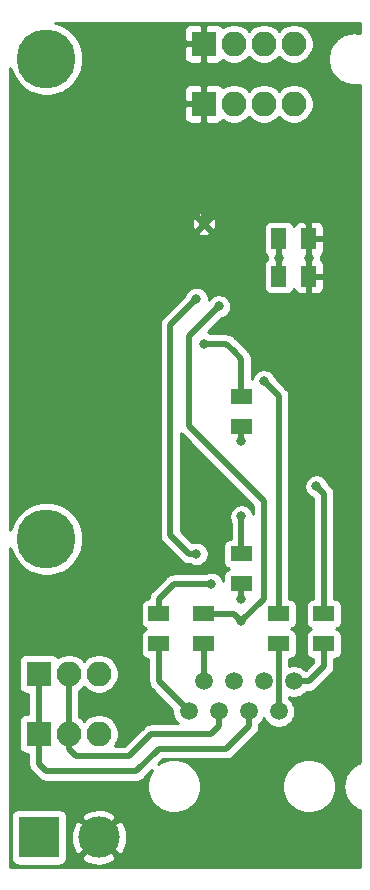
<source format=gbl>
G04 #@! TF.GenerationSoftware,KiCad,Pcbnew,(5.1.6)-1*
G04 #@! TF.CreationDate,2023-01-22T16:57:25+01:00*
G04 #@! TF.ProjectId,testing-board,74657374-696e-4672-9d62-6f6172642e6b,rev?*
G04 #@! TF.SameCoordinates,Original*
G04 #@! TF.FileFunction,Copper,L2,Bot*
G04 #@! TF.FilePolarity,Positive*
%FSLAX46Y46*%
G04 Gerber Fmt 4.6, Leading zero omitted, Abs format (unit mm)*
G04 Created by KiCad (PCBNEW (5.1.6)-1) date 2023-01-22 16:57:25*
%MOMM*%
%LPD*%
G01*
G04 APERTURE LIST*
G04 #@! TA.AperFunction,ComponentPad*
%ADD10C,5.000000*%
G04 #@! TD*
G04 #@! TA.AperFunction,ComponentPad*
%ADD11C,0.800000*%
G04 #@! TD*
G04 #@! TA.AperFunction,SMDPad,CuDef*
%ADD12C,0.100000*%
G04 #@! TD*
G04 #@! TA.AperFunction,ComponentPad*
%ADD13O,2.100000X2.100000*%
G04 #@! TD*
G04 #@! TA.AperFunction,ComponentPad*
%ADD14R,2.100000X2.100000*%
G04 #@! TD*
G04 #@! TA.AperFunction,ComponentPad*
%ADD15R,3.500000X3.500000*%
G04 #@! TD*
G04 #@! TA.AperFunction,ComponentPad*
%ADD16C,3.500000*%
G04 #@! TD*
G04 #@! TA.AperFunction,ComponentPad*
%ADD17C,1.500000*%
G04 #@! TD*
G04 #@! TA.AperFunction,Conductor*
%ADD18C,0.500000*%
G04 #@! TD*
G04 #@! TA.AperFunction,Conductor*
%ADD19C,0.254000*%
G04 #@! TD*
G04 APERTURE END LIST*
D10*
X118745000Y-106045000D03*
X118745000Y-65405000D03*
D11*
X132080000Y-89535000D03*
X132080000Y-79375000D03*
X140970000Y-82296000D03*
X138430000Y-82296000D03*
X131445000Y-85725000D03*
X133350000Y-86360000D03*
X131445000Y-107315000D03*
X135255000Y-97790000D03*
X141605000Y-101600000D03*
X137160000Y-92710000D03*
X132715000Y-109855000D03*
X135255000Y-113030000D03*
X135255000Y-104140000D03*
X135255000Y-111125000D03*
G04 #@! TA.AperFunction,SMDPad,CuDef*
D12*
G36*
X136155000Y-94630000D02*
G01*
X134355000Y-94630000D01*
X134355000Y-93330000D01*
X136155000Y-93330000D01*
X136155000Y-94630000D01*
G37*
G04 #@! TD.AperFunction*
G04 #@! TA.AperFunction,SMDPad,CuDef*
G36*
X136155000Y-97170000D02*
G01*
X134355000Y-97170000D01*
X134355000Y-95870000D01*
X136155000Y-95870000D01*
X136155000Y-97170000D01*
G37*
G04 #@! TD.AperFunction*
G04 #@! TA.AperFunction,SMDPad,CuDef*
G36*
X136155000Y-107965000D02*
G01*
X134355000Y-107965000D01*
X134355000Y-106665000D01*
X136155000Y-106665000D01*
X136155000Y-107965000D01*
G37*
G04 #@! TD.AperFunction*
G04 #@! TA.AperFunction,SMDPad,CuDef*
G36*
X136155000Y-110505000D02*
G01*
X134355000Y-110505000D01*
X134355000Y-109205000D01*
X136155000Y-109205000D01*
X136155000Y-110505000D01*
G37*
G04 #@! TD.AperFunction*
G04 #@! TA.AperFunction,SMDPad,CuDef*
G36*
X129170000Y-113045000D02*
G01*
X127370000Y-113045000D01*
X127370000Y-111745000D01*
X129170000Y-111745000D01*
X129170000Y-113045000D01*
G37*
G04 #@! TD.AperFunction*
G04 #@! TA.AperFunction,SMDPad,CuDef*
G36*
X129170000Y-115585000D02*
G01*
X127370000Y-115585000D01*
X127370000Y-114285000D01*
X129170000Y-114285000D01*
X129170000Y-115585000D01*
G37*
G04 #@! TD.AperFunction*
G04 #@! TA.AperFunction,SMDPad,CuDef*
G36*
X132980000Y-113045000D02*
G01*
X131180000Y-113045000D01*
X131180000Y-111745000D01*
X132980000Y-111745000D01*
X132980000Y-113045000D01*
G37*
G04 #@! TD.AperFunction*
G04 #@! TA.AperFunction,SMDPad,CuDef*
G36*
X132980000Y-115585000D02*
G01*
X131180000Y-115585000D01*
X131180000Y-114285000D01*
X132980000Y-114285000D01*
X132980000Y-115585000D01*
G37*
G04 #@! TD.AperFunction*
G04 #@! TA.AperFunction,SMDPad,CuDef*
G36*
X139330000Y-113045000D02*
G01*
X137530000Y-113045000D01*
X137530000Y-111745000D01*
X139330000Y-111745000D01*
X139330000Y-113045000D01*
G37*
G04 #@! TD.AperFunction*
G04 #@! TA.AperFunction,SMDPad,CuDef*
G36*
X139330000Y-115585000D02*
G01*
X137530000Y-115585000D01*
X137530000Y-114285000D01*
X139330000Y-114285000D01*
X139330000Y-115585000D01*
G37*
G04 #@! TD.AperFunction*
G04 #@! TA.AperFunction,SMDPad,CuDef*
G36*
X143140000Y-113045000D02*
G01*
X141340000Y-113045000D01*
X141340000Y-111745000D01*
X143140000Y-111745000D01*
X143140000Y-113045000D01*
G37*
G04 #@! TD.AperFunction*
G04 #@! TA.AperFunction,SMDPad,CuDef*
G36*
X143140000Y-115585000D02*
G01*
X141340000Y-115585000D01*
X141340000Y-114285000D01*
X143140000Y-114285000D01*
X143140000Y-115585000D01*
G37*
G04 #@! TD.AperFunction*
D13*
X134620000Y-69215000D03*
X139700000Y-69215000D03*
D14*
X132080000Y-69215000D03*
D13*
X137160000Y-69215000D03*
X139700000Y-64135000D03*
X137160000Y-64135000D03*
X134620000Y-64135000D03*
D14*
X132080000Y-64135000D03*
X118110000Y-122555000D03*
D13*
X123190000Y-122555000D03*
X120650000Y-122555000D03*
D14*
X118110000Y-117475000D03*
D13*
X123190000Y-117475000D03*
X120650000Y-117475000D03*
D15*
X118110000Y-131318000D03*
D16*
X123190000Y-131318000D03*
D17*
X133351000Y-120650000D03*
X139701000Y-118110000D03*
X138431000Y-120650000D03*
X132081000Y-118110000D03*
X135891000Y-120650000D03*
X134621000Y-118110000D03*
X137161000Y-118110000D03*
X130811000Y-120650000D03*
G04 #@! TA.AperFunction,SMDPad,CuDef*
D12*
G36*
X140320000Y-84720000D02*
G01*
X140320000Y-82920000D01*
X141620000Y-82920000D01*
X141620000Y-84720000D01*
X140320000Y-84720000D01*
G37*
G04 #@! TD.AperFunction*
G04 #@! TA.AperFunction,SMDPad,CuDef*
G36*
X137780000Y-84720000D02*
G01*
X137780000Y-82920000D01*
X139080000Y-82920000D01*
X139080000Y-84720000D01*
X137780000Y-84720000D01*
G37*
G04 #@! TD.AperFunction*
G04 #@! TA.AperFunction,SMDPad,CuDef*
G36*
X140320000Y-81545000D02*
G01*
X140320000Y-79745000D01*
X141620000Y-79745000D01*
X141620000Y-81545000D01*
X140320000Y-81545000D01*
G37*
G04 #@! TD.AperFunction*
G04 #@! TA.AperFunction,SMDPad,CuDef*
G36*
X137780000Y-81545000D02*
G01*
X137780000Y-79745000D01*
X139080000Y-79745000D01*
X139080000Y-81545000D01*
X137780000Y-81545000D01*
G37*
G04 #@! TD.AperFunction*
D18*
X140970000Y-83820000D02*
X140970000Y-80645000D01*
X140335000Y-78740000D02*
X140970000Y-79375000D01*
X140970000Y-79375000D02*
X140970000Y-80645000D01*
X132080000Y-64135000D02*
X132080000Y-69215000D01*
X132715000Y-78740000D02*
X133096000Y-78740000D01*
X133096000Y-78740000D02*
X140335000Y-78740000D01*
X133096000Y-78740000D02*
X132334000Y-78740000D01*
X132080000Y-69215000D02*
X132080000Y-78486000D01*
X132080000Y-78486000D02*
X132080000Y-79375000D01*
X138430000Y-83820000D02*
X138430000Y-80645000D01*
X133351000Y-120650000D02*
X133351000Y-121919000D01*
X133351000Y-121919000D02*
X132715000Y-122555000D01*
X132715000Y-122555000D02*
X127635000Y-122555000D01*
X120650000Y-122555000D02*
X120650000Y-123825000D01*
X120650000Y-123825000D02*
X121285000Y-124460000D01*
X125730000Y-124460000D02*
X127635000Y-122555000D01*
X121285000Y-124460000D02*
X125730000Y-124460000D01*
X120650000Y-122555000D02*
X120650000Y-117475000D01*
X139701000Y-118110000D02*
X140970000Y-118110000D01*
X142240000Y-116840000D02*
X142240000Y-114935000D01*
X140970000Y-118110000D02*
X142240000Y-116840000D01*
X138430000Y-120649000D02*
X138431000Y-120650000D01*
X138430000Y-114935000D02*
X138430000Y-120649000D01*
X132080000Y-118109000D02*
X132081000Y-118110000D01*
X132080000Y-114935000D02*
X132080000Y-118109000D01*
X135891000Y-120650000D02*
X135891000Y-121919000D01*
X135891000Y-121919000D02*
X133985000Y-123825000D01*
X133985000Y-123825000D02*
X128270000Y-123825000D01*
X128270000Y-123825000D02*
X126365000Y-125730000D01*
X126365000Y-125730000D02*
X118745000Y-125730000D01*
X118110000Y-125095000D02*
X118110000Y-122555000D01*
X118745000Y-125730000D02*
X118110000Y-125095000D01*
X118110000Y-122555000D02*
X118110000Y-117475000D01*
X128270000Y-118109000D02*
X130811000Y-120650000D01*
X128270000Y-114935000D02*
X128270000Y-118109000D01*
X134620000Y-112395000D02*
X135255000Y-113030000D01*
X132080000Y-112395000D02*
X134620000Y-112395000D01*
X137160000Y-111125000D02*
X137160000Y-102870000D01*
X135255000Y-113030000D02*
X137160000Y-111125000D01*
X137160000Y-102870000D02*
X130810000Y-96520000D01*
X130810000Y-88900000D02*
X133350000Y-86360000D01*
X130810000Y-89916000D02*
X130810000Y-96520000D01*
X130810000Y-89916000D02*
X130810000Y-88900000D01*
X130810000Y-89535000D02*
X130810000Y-89916000D01*
X135255000Y-109855000D02*
X135255000Y-111125000D01*
X135255000Y-104140000D02*
X135255000Y-107315000D01*
X129540000Y-109855000D02*
X128270000Y-111125000D01*
X132715000Y-109855000D02*
X129540000Y-109855000D01*
X128270000Y-112395000D02*
X128270000Y-111125000D01*
X130810000Y-107315000D02*
X131445000Y-107315000D01*
X129222500Y-105727500D02*
X130810000Y-107315000D01*
X129222500Y-89217500D02*
X129222500Y-105727500D01*
X129222500Y-87947500D02*
X131445000Y-85725000D01*
X129222500Y-89217500D02*
X129222500Y-87947500D01*
X135255000Y-96520000D02*
X135255000Y-97790000D01*
X134620000Y-90170000D02*
X135255000Y-90805000D01*
X135255000Y-93980000D02*
X135255000Y-90805000D01*
X133985000Y-89535000D02*
X134620000Y-90170000D01*
X132080000Y-89535000D02*
X133985000Y-89535000D01*
X142240000Y-112395000D02*
X142240000Y-102235000D01*
X142240000Y-102235000D02*
X141605000Y-101600000D01*
X138430000Y-112395000D02*
X138430000Y-93980000D01*
X138430000Y-93980000D02*
X137160000Y-92710000D01*
D19*
G36*
X145288000Y-63224346D02*
G01*
X145061309Y-63182112D01*
X145001716Y-63176947D01*
X144942199Y-63170950D01*
X144932984Y-63170990D01*
X144932981Y-63170990D01*
X144624651Y-63174468D01*
X144565193Y-63180976D01*
X144505635Y-63186654D01*
X144496603Y-63188483D01*
X144194818Y-63251785D01*
X144137777Y-63269712D01*
X144080442Y-63286854D01*
X144071938Y-63290403D01*
X143788194Y-63411115D01*
X143735709Y-63439786D01*
X143682804Y-63467734D01*
X143675150Y-63472867D01*
X143420257Y-63646394D01*
X143374319Y-63684732D01*
X143327873Y-63722405D01*
X143321362Y-63728926D01*
X143105029Y-63948656D01*
X143067433Y-63995161D01*
X143029168Y-64041163D01*
X143024048Y-64048826D01*
X142854514Y-64306391D01*
X142826674Y-64359297D01*
X142798065Y-64411871D01*
X142794531Y-64420382D01*
X142678254Y-64705971D01*
X142661226Y-64763262D01*
X142643368Y-64820407D01*
X142641554Y-64829442D01*
X142582963Y-65132177D01*
X142577384Y-65191715D01*
X142570969Y-65251207D01*
X142570945Y-65260422D01*
X142572270Y-65568772D01*
X142578362Y-65628267D01*
X142583625Y-65687869D01*
X142585391Y-65696914D01*
X142646584Y-65999134D01*
X142664121Y-66056328D01*
X142680855Y-66113755D01*
X142684344Y-66122284D01*
X142803073Y-66406862D01*
X142831367Y-66459528D01*
X142858955Y-66512646D01*
X142864034Y-66520335D01*
X143035777Y-66776432D01*
X143073781Y-66822622D01*
X143111140Y-66869344D01*
X143117616Y-66875900D01*
X143335831Y-67093762D01*
X143382088Y-67131695D01*
X143427806Y-67170267D01*
X143435433Y-67175441D01*
X143691808Y-67346769D01*
X143744560Y-67374999D01*
X143796892Y-67403952D01*
X143805377Y-67407546D01*
X144090148Y-67525814D01*
X144147364Y-67543256D01*
X144204336Y-67561497D01*
X144213358Y-67563374D01*
X144515677Y-67624078D01*
X144575150Y-67630070D01*
X144634623Y-67636903D01*
X144643838Y-67636992D01*
X144952190Y-67637819D01*
X145011750Y-67632140D01*
X145071363Y-67627295D01*
X145080419Y-67625593D01*
X145288000Y-67585069D01*
X145288000Y-124983158D01*
X145259523Y-124992191D01*
X145204588Y-125015737D01*
X145149235Y-125038551D01*
X145141129Y-125042935D01*
X144884592Y-125183968D01*
X144835247Y-125217755D01*
X144785409Y-125250867D01*
X144778309Y-125256741D01*
X144554051Y-125444916D01*
X144512207Y-125487646D01*
X144469751Y-125529806D01*
X144463927Y-125536947D01*
X144280491Y-125765097D01*
X144247744Y-125815139D01*
X144214286Y-125864742D01*
X144209960Y-125872879D01*
X144074330Y-126132313D01*
X144051918Y-126187785D01*
X144028740Y-126242923D01*
X144026077Y-126251745D01*
X143943422Y-126532583D01*
X143932224Y-126591284D01*
X143920184Y-126649940D01*
X143919285Y-126659112D01*
X143892753Y-126950656D01*
X143893171Y-127010472D01*
X143892753Y-127070288D01*
X143893652Y-127079460D01*
X143924252Y-127370605D01*
X143936283Y-127429217D01*
X143947489Y-127487963D01*
X143950153Y-127496784D01*
X144036721Y-127776440D01*
X144059899Y-127831578D01*
X144082311Y-127887050D01*
X144086638Y-127895186D01*
X144225877Y-128152702D01*
X144259304Y-128202259D01*
X144292080Y-128252347D01*
X144297905Y-128259488D01*
X144484510Y-128485056D01*
X144526965Y-128527215D01*
X144568809Y-128569945D01*
X144575909Y-128575819D01*
X144802773Y-128760845D01*
X144852566Y-128793927D01*
X144901955Y-128827745D01*
X144910061Y-128832127D01*
X145168542Y-128969564D01*
X145223836Y-128992355D01*
X145278829Y-129015925D01*
X145287632Y-129018650D01*
X145288000Y-129018761D01*
X145288000Y-133858000D01*
X115697000Y-133858000D01*
X115697000Y-129568000D01*
X115721928Y-129568000D01*
X115721928Y-133068000D01*
X115734188Y-133192482D01*
X115770498Y-133312180D01*
X115829463Y-133422494D01*
X115908815Y-133519185D01*
X116005506Y-133598537D01*
X116115820Y-133657502D01*
X116235518Y-133693812D01*
X116360000Y-133706072D01*
X119860000Y-133706072D01*
X119984482Y-133693812D01*
X120104180Y-133657502D01*
X120214494Y-133598537D01*
X120311185Y-133519185D01*
X120390537Y-133422494D01*
X120449502Y-133312180D01*
X120485812Y-133192482D01*
X120498072Y-133068000D01*
X120498072Y-132987609D01*
X121699997Y-132987609D01*
X121886073Y-133328766D01*
X122303409Y-133544513D01*
X122754815Y-133674696D01*
X123222946Y-133714313D01*
X123689811Y-133661842D01*
X124137468Y-133519297D01*
X124493927Y-133328766D01*
X124680003Y-132987609D01*
X123190000Y-131497605D01*
X121699997Y-132987609D01*
X120498072Y-132987609D01*
X120498072Y-131350946D01*
X120793687Y-131350946D01*
X120846158Y-131817811D01*
X120988703Y-132265468D01*
X121179234Y-132621927D01*
X121520391Y-132808003D01*
X123010395Y-131318000D01*
X123369605Y-131318000D01*
X124859609Y-132808003D01*
X125200766Y-132621927D01*
X125416513Y-132204591D01*
X125546696Y-131753185D01*
X125586313Y-131285054D01*
X125533842Y-130818189D01*
X125391297Y-130370532D01*
X125200766Y-130014073D01*
X124859609Y-129827997D01*
X123369605Y-131318000D01*
X123010395Y-131318000D01*
X121520391Y-129827997D01*
X121179234Y-130014073D01*
X120963487Y-130431409D01*
X120833304Y-130882815D01*
X120793687Y-131350946D01*
X120498072Y-131350946D01*
X120498072Y-129648391D01*
X121699997Y-129648391D01*
X123190000Y-131138395D01*
X124680003Y-129648391D01*
X124493927Y-129307234D01*
X124076591Y-129091487D01*
X123625185Y-128961304D01*
X123157054Y-128921687D01*
X122690189Y-128974158D01*
X122242532Y-129116703D01*
X121886073Y-129307234D01*
X121699997Y-129648391D01*
X120498072Y-129648391D01*
X120498072Y-129568000D01*
X120485812Y-129443518D01*
X120449502Y-129323820D01*
X120390537Y-129213506D01*
X120311185Y-129116815D01*
X120214494Y-129037463D01*
X120104180Y-128978498D01*
X119984482Y-128942188D01*
X119860000Y-128929928D01*
X116360000Y-128929928D01*
X116235518Y-128942188D01*
X116115820Y-128978498D01*
X116005506Y-129037463D01*
X115908815Y-129116815D01*
X115829463Y-129213506D01*
X115770498Y-129323820D01*
X115734188Y-129443518D01*
X115721928Y-129568000D01*
X115697000Y-129568000D01*
X115697000Y-116425000D01*
X116421928Y-116425000D01*
X116421928Y-118525000D01*
X116434188Y-118649482D01*
X116470498Y-118769180D01*
X116529463Y-118879494D01*
X116608815Y-118976185D01*
X116705506Y-119055537D01*
X116815820Y-119114502D01*
X116935518Y-119150812D01*
X117060000Y-119163072D01*
X117225001Y-119163072D01*
X117225000Y-120866928D01*
X117060000Y-120866928D01*
X116935518Y-120879188D01*
X116815820Y-120915498D01*
X116705506Y-120974463D01*
X116608815Y-121053815D01*
X116529463Y-121150506D01*
X116470498Y-121260820D01*
X116434188Y-121380518D01*
X116421928Y-121505000D01*
X116421928Y-123605000D01*
X116434188Y-123729482D01*
X116470498Y-123849180D01*
X116529463Y-123959494D01*
X116608815Y-124056185D01*
X116705506Y-124135537D01*
X116815820Y-124194502D01*
X116935518Y-124230812D01*
X117060000Y-124243072D01*
X117225000Y-124243072D01*
X117225000Y-125051531D01*
X117220719Y-125095000D01*
X117225000Y-125138469D01*
X117225000Y-125138476D01*
X117236069Y-125250866D01*
X117237805Y-125268490D01*
X117241779Y-125281589D01*
X117288411Y-125435312D01*
X117370589Y-125589058D01*
X117481183Y-125723817D01*
X117514956Y-125751534D01*
X118088470Y-126325049D01*
X118116183Y-126358817D01*
X118149951Y-126386530D01*
X118149953Y-126386532D01*
X118250941Y-126469411D01*
X118404686Y-126551589D01*
X118530554Y-126589771D01*
X118571510Y-126602195D01*
X118701523Y-126615000D01*
X118701531Y-126615000D01*
X118745000Y-126619281D01*
X118788469Y-126615000D01*
X126321531Y-126615000D01*
X126365000Y-126619281D01*
X126408469Y-126615000D01*
X126408477Y-126615000D01*
X126538490Y-126602195D01*
X126705313Y-126551589D01*
X126859059Y-126469411D01*
X126993817Y-126358817D01*
X127021534Y-126325044D01*
X127685478Y-125661100D01*
X127514059Y-125917647D01*
X127341811Y-126333490D01*
X127254000Y-126774947D01*
X127254000Y-127225053D01*
X127341811Y-127666510D01*
X127514059Y-128082353D01*
X127764125Y-128456603D01*
X128082397Y-128774875D01*
X128456647Y-129024941D01*
X128872490Y-129197189D01*
X129313947Y-129285000D01*
X129764053Y-129285000D01*
X130205510Y-129197189D01*
X130621353Y-129024941D01*
X130995603Y-128774875D01*
X131313875Y-128456603D01*
X131563941Y-128082353D01*
X131736189Y-127666510D01*
X131824000Y-127225053D01*
X131824000Y-126774947D01*
X138686000Y-126774947D01*
X138686000Y-127225053D01*
X138773811Y-127666510D01*
X138946059Y-128082353D01*
X139196125Y-128456603D01*
X139514397Y-128774875D01*
X139888647Y-129024941D01*
X140304490Y-129197189D01*
X140745947Y-129285000D01*
X141196053Y-129285000D01*
X141637510Y-129197189D01*
X142053353Y-129024941D01*
X142427603Y-128774875D01*
X142745875Y-128456603D01*
X142995941Y-128082353D01*
X143168189Y-127666510D01*
X143256000Y-127225053D01*
X143256000Y-126774947D01*
X143168189Y-126333490D01*
X142995941Y-125917647D01*
X142745875Y-125543397D01*
X142427603Y-125225125D01*
X142053353Y-124975059D01*
X141637510Y-124802811D01*
X141196053Y-124715000D01*
X140745947Y-124715000D01*
X140304490Y-124802811D01*
X139888647Y-124975059D01*
X139514397Y-125225125D01*
X139196125Y-125543397D01*
X138946059Y-125917647D01*
X138773811Y-126333490D01*
X138686000Y-126774947D01*
X131824000Y-126774947D01*
X131736189Y-126333490D01*
X131563941Y-125917647D01*
X131313875Y-125543397D01*
X130995603Y-125225125D01*
X130621353Y-124975059D01*
X130205510Y-124802811D01*
X129764053Y-124715000D01*
X129313947Y-124715000D01*
X128872490Y-124802811D01*
X128456647Y-124975059D01*
X128200101Y-125146478D01*
X128636579Y-124710000D01*
X133941531Y-124710000D01*
X133985000Y-124714281D01*
X134028469Y-124710000D01*
X134028477Y-124710000D01*
X134158490Y-124697195D01*
X134325313Y-124646589D01*
X134479059Y-124564411D01*
X134613817Y-124453817D01*
X134641534Y-124420044D01*
X136486049Y-122575530D01*
X136519817Y-122547817D01*
X136549603Y-122511524D01*
X136630410Y-122413060D01*
X136643248Y-122389042D01*
X136712589Y-122259313D01*
X136763195Y-122092490D01*
X136776000Y-121962477D01*
X136776000Y-121962467D01*
X136780281Y-121919001D01*
X136776000Y-121875534D01*
X136776000Y-121723685D01*
X136966799Y-121532886D01*
X137118371Y-121306043D01*
X137161000Y-121203127D01*
X137203629Y-121306043D01*
X137355201Y-121532886D01*
X137548114Y-121725799D01*
X137774957Y-121877371D01*
X138027011Y-121981775D01*
X138294589Y-122035000D01*
X138567411Y-122035000D01*
X138834989Y-121981775D01*
X139087043Y-121877371D01*
X139313886Y-121725799D01*
X139506799Y-121532886D01*
X139658371Y-121306043D01*
X139762775Y-121053989D01*
X139816000Y-120786411D01*
X139816000Y-120513589D01*
X139762775Y-120246011D01*
X139658371Y-119993957D01*
X139506799Y-119767114D01*
X139315000Y-119575315D01*
X139315000Y-119445353D01*
X139564589Y-119495000D01*
X139837411Y-119495000D01*
X140104989Y-119441775D01*
X140357043Y-119337371D01*
X140583886Y-119185799D01*
X140774685Y-118995000D01*
X140926531Y-118995000D01*
X140970000Y-118999281D01*
X141013469Y-118995000D01*
X141013477Y-118995000D01*
X141143490Y-118982195D01*
X141310313Y-118931589D01*
X141464059Y-118849411D01*
X141598817Y-118738817D01*
X141626534Y-118705044D01*
X142835050Y-117496529D01*
X142868817Y-117468817D01*
X142979411Y-117334059D01*
X143061589Y-117180313D01*
X143112195Y-117013490D01*
X143125000Y-116883477D01*
X143125000Y-116883467D01*
X143129281Y-116840001D01*
X143125000Y-116796535D01*
X143125000Y-116223072D01*
X143140000Y-116223072D01*
X143264482Y-116210812D01*
X143384180Y-116174502D01*
X143494494Y-116115537D01*
X143591185Y-116036185D01*
X143670537Y-115939494D01*
X143729502Y-115829180D01*
X143765812Y-115709482D01*
X143778072Y-115585000D01*
X143778072Y-114285000D01*
X143765812Y-114160518D01*
X143729502Y-114040820D01*
X143670537Y-113930506D01*
X143591185Y-113833815D01*
X143494494Y-113754463D01*
X143384180Y-113695498D01*
X143283642Y-113665000D01*
X143384180Y-113634502D01*
X143494494Y-113575537D01*
X143591185Y-113496185D01*
X143670537Y-113399494D01*
X143729502Y-113289180D01*
X143765812Y-113169482D01*
X143778072Y-113045000D01*
X143778072Y-111745000D01*
X143765812Y-111620518D01*
X143729502Y-111500820D01*
X143670537Y-111390506D01*
X143591185Y-111293815D01*
X143494494Y-111214463D01*
X143384180Y-111155498D01*
X143264482Y-111119188D01*
X143140000Y-111106928D01*
X143125000Y-111106928D01*
X143125000Y-102278469D01*
X143129281Y-102235000D01*
X143125000Y-102191531D01*
X143125000Y-102191523D01*
X143112195Y-102061510D01*
X143075430Y-101940313D01*
X143061589Y-101894686D01*
X142979411Y-101740941D01*
X142896532Y-101639953D01*
X142896530Y-101639951D01*
X142868817Y-101606183D01*
X142835049Y-101578470D01*
X142611535Y-101354956D01*
X142600226Y-101298102D01*
X142522205Y-101109744D01*
X142408937Y-100940226D01*
X142264774Y-100796063D01*
X142095256Y-100682795D01*
X141906898Y-100604774D01*
X141706939Y-100565000D01*
X141503061Y-100565000D01*
X141303102Y-100604774D01*
X141114744Y-100682795D01*
X140945226Y-100796063D01*
X140801063Y-100940226D01*
X140687795Y-101109744D01*
X140609774Y-101298102D01*
X140570000Y-101498061D01*
X140570000Y-101701939D01*
X140609774Y-101901898D01*
X140687795Y-102090256D01*
X140801063Y-102259774D01*
X140945226Y-102403937D01*
X141114744Y-102517205D01*
X141303102Y-102595226D01*
X141355001Y-102605549D01*
X141355000Y-111106928D01*
X141340000Y-111106928D01*
X141215518Y-111119188D01*
X141095820Y-111155498D01*
X140985506Y-111214463D01*
X140888815Y-111293815D01*
X140809463Y-111390506D01*
X140750498Y-111500820D01*
X140714188Y-111620518D01*
X140701928Y-111745000D01*
X140701928Y-113045000D01*
X140714188Y-113169482D01*
X140750498Y-113289180D01*
X140809463Y-113399494D01*
X140888815Y-113496185D01*
X140985506Y-113575537D01*
X141095820Y-113634502D01*
X141196358Y-113665000D01*
X141095820Y-113695498D01*
X140985506Y-113754463D01*
X140888815Y-113833815D01*
X140809463Y-113930506D01*
X140750498Y-114040820D01*
X140714188Y-114160518D01*
X140701928Y-114285000D01*
X140701928Y-115585000D01*
X140714188Y-115709482D01*
X140750498Y-115829180D01*
X140809463Y-115939494D01*
X140888815Y-116036185D01*
X140985506Y-116115537D01*
X141095820Y-116174502D01*
X141215518Y-116210812D01*
X141340000Y-116223072D01*
X141355000Y-116223072D01*
X141355000Y-116473421D01*
X140689053Y-117139368D01*
X140583886Y-117034201D01*
X140357043Y-116882629D01*
X140104989Y-116778225D01*
X139837411Y-116725000D01*
X139564589Y-116725000D01*
X139315000Y-116774647D01*
X139315000Y-116223072D01*
X139330000Y-116223072D01*
X139454482Y-116210812D01*
X139574180Y-116174502D01*
X139684494Y-116115537D01*
X139781185Y-116036185D01*
X139860537Y-115939494D01*
X139919502Y-115829180D01*
X139955812Y-115709482D01*
X139968072Y-115585000D01*
X139968072Y-114285000D01*
X139955812Y-114160518D01*
X139919502Y-114040820D01*
X139860537Y-113930506D01*
X139781185Y-113833815D01*
X139684494Y-113754463D01*
X139574180Y-113695498D01*
X139473642Y-113665000D01*
X139574180Y-113634502D01*
X139684494Y-113575537D01*
X139781185Y-113496185D01*
X139860537Y-113399494D01*
X139919502Y-113289180D01*
X139955812Y-113169482D01*
X139968072Y-113045000D01*
X139968072Y-111745000D01*
X139955812Y-111620518D01*
X139919502Y-111500820D01*
X139860537Y-111390506D01*
X139781185Y-111293815D01*
X139684494Y-111214463D01*
X139574180Y-111155498D01*
X139454482Y-111119188D01*
X139330000Y-111106928D01*
X139315000Y-111106928D01*
X139315000Y-94023465D01*
X139319281Y-93979999D01*
X139315000Y-93936533D01*
X139315000Y-93936523D01*
X139302195Y-93806510D01*
X139251589Y-93639687D01*
X139169411Y-93485941D01*
X139058817Y-93351183D01*
X139025049Y-93323470D01*
X138166535Y-92464957D01*
X138155226Y-92408102D01*
X138077205Y-92219744D01*
X137963937Y-92050226D01*
X137819774Y-91906063D01*
X137650256Y-91792795D01*
X137461898Y-91714774D01*
X137261939Y-91675000D01*
X137058061Y-91675000D01*
X136858102Y-91714774D01*
X136669744Y-91792795D01*
X136500226Y-91906063D01*
X136356063Y-92050226D01*
X136242795Y-92219744D01*
X136164774Y-92408102D01*
X136140000Y-92532650D01*
X136140000Y-90848469D01*
X136144281Y-90805000D01*
X136140000Y-90761531D01*
X136140000Y-90761523D01*
X136127195Y-90631510D01*
X136100897Y-90544817D01*
X136076589Y-90464686D01*
X135994411Y-90310941D01*
X135911532Y-90209953D01*
X135911530Y-90209951D01*
X135883817Y-90176183D01*
X135850049Y-90148470D01*
X135276536Y-89574958D01*
X135276532Y-89574953D01*
X134641534Y-88939956D01*
X134613817Y-88906183D01*
X134479059Y-88795589D01*
X134325313Y-88713411D01*
X134158490Y-88662805D01*
X134028477Y-88650000D01*
X134028469Y-88650000D01*
X133985000Y-88645719D01*
X133941531Y-88650000D01*
X132618454Y-88650000D01*
X132570256Y-88617795D01*
X132410116Y-88551462D01*
X133595044Y-87366535D01*
X133651898Y-87355226D01*
X133840256Y-87277205D01*
X134009774Y-87163937D01*
X134153937Y-87019774D01*
X134267205Y-86850256D01*
X134345226Y-86661898D01*
X134385000Y-86461939D01*
X134385000Y-86258061D01*
X134345226Y-86058102D01*
X134267205Y-85869744D01*
X134153937Y-85700226D01*
X134009774Y-85556063D01*
X133840256Y-85442795D01*
X133651898Y-85364774D01*
X133451939Y-85325000D01*
X133248061Y-85325000D01*
X133048102Y-85364774D01*
X132859744Y-85442795D01*
X132690226Y-85556063D01*
X132546063Y-85700226D01*
X132480000Y-85799097D01*
X132480000Y-85623061D01*
X132440226Y-85423102D01*
X132362205Y-85234744D01*
X132248937Y-85065226D01*
X132104774Y-84921063D01*
X131935256Y-84807795D01*
X131746898Y-84729774D01*
X131546939Y-84690000D01*
X131343061Y-84690000D01*
X131143102Y-84729774D01*
X130954744Y-84807795D01*
X130785226Y-84921063D01*
X130641063Y-85065226D01*
X130527795Y-85234744D01*
X130449774Y-85423102D01*
X130438465Y-85479956D01*
X128627451Y-87290971D01*
X128593684Y-87318683D01*
X128565971Y-87352451D01*
X128565968Y-87352454D01*
X128483090Y-87453441D01*
X128400912Y-87607187D01*
X128350305Y-87774010D01*
X128333219Y-87947500D01*
X128337501Y-87990978D01*
X128337500Y-89174023D01*
X128337500Y-89174024D01*
X128337501Y-105684021D01*
X128333219Y-105727500D01*
X128350305Y-105900990D01*
X128400912Y-106067813D01*
X128483090Y-106221559D01*
X128565968Y-106322546D01*
X128565971Y-106322549D01*
X128593684Y-106356317D01*
X128627451Y-106384029D01*
X130153470Y-107910049D01*
X130181183Y-107943817D01*
X130214951Y-107971530D01*
X130214953Y-107971532D01*
X130286452Y-108030210D01*
X130315941Y-108054411D01*
X130469687Y-108136589D01*
X130636510Y-108187195D01*
X130766523Y-108200000D01*
X130766533Y-108200000D01*
X130809999Y-108204281D01*
X130853466Y-108200000D01*
X130906546Y-108200000D01*
X130954744Y-108232205D01*
X131143102Y-108310226D01*
X131343061Y-108350000D01*
X131546939Y-108350000D01*
X131746898Y-108310226D01*
X131935256Y-108232205D01*
X132104774Y-108118937D01*
X132248937Y-107974774D01*
X132362205Y-107805256D01*
X132440226Y-107616898D01*
X132480000Y-107416939D01*
X132480000Y-107213061D01*
X132440226Y-107013102D01*
X132362205Y-106824744D01*
X132248937Y-106655226D01*
X132104774Y-106511063D01*
X131935256Y-106397795D01*
X131746898Y-106319774D01*
X131546939Y-106280000D01*
X131343061Y-106280000D01*
X131143102Y-106319774D01*
X131088832Y-106342253D01*
X130107500Y-105360922D01*
X130107500Y-97059034D01*
X130153468Y-97115046D01*
X130153471Y-97115049D01*
X130181184Y-97148817D01*
X130214952Y-97176530D01*
X136275001Y-103236580D01*
X136275001Y-103962655D01*
X136250226Y-103838102D01*
X136172205Y-103649744D01*
X136058937Y-103480226D01*
X135914774Y-103336063D01*
X135745256Y-103222795D01*
X135556898Y-103144774D01*
X135356939Y-103105000D01*
X135153061Y-103105000D01*
X134953102Y-103144774D01*
X134764744Y-103222795D01*
X134595226Y-103336063D01*
X134451063Y-103480226D01*
X134337795Y-103649744D01*
X134259774Y-103838102D01*
X134220000Y-104038061D01*
X134220000Y-104241939D01*
X134259774Y-104441898D01*
X134337795Y-104630256D01*
X134370000Y-104678455D01*
X134370001Y-106026928D01*
X134355000Y-106026928D01*
X134230518Y-106039188D01*
X134110820Y-106075498D01*
X134000506Y-106134463D01*
X133903815Y-106213815D01*
X133824463Y-106310506D01*
X133765498Y-106420820D01*
X133729188Y-106540518D01*
X133716928Y-106665000D01*
X133716928Y-107965000D01*
X133729188Y-108089482D01*
X133765498Y-108209180D01*
X133824463Y-108319494D01*
X133903815Y-108416185D01*
X134000506Y-108495537D01*
X134110820Y-108554502D01*
X134211358Y-108585000D01*
X134110820Y-108615498D01*
X134000506Y-108674463D01*
X133903815Y-108753815D01*
X133824463Y-108850506D01*
X133765498Y-108960820D01*
X133729188Y-109080518D01*
X133716928Y-109205000D01*
X133716928Y-109586795D01*
X133710226Y-109553102D01*
X133632205Y-109364744D01*
X133518937Y-109195226D01*
X133374774Y-109051063D01*
X133205256Y-108937795D01*
X133016898Y-108859774D01*
X132816939Y-108820000D01*
X132613061Y-108820000D01*
X132413102Y-108859774D01*
X132224744Y-108937795D01*
X132176546Y-108970000D01*
X129583465Y-108970000D01*
X129539999Y-108965719D01*
X129496533Y-108970000D01*
X129496523Y-108970000D01*
X129366510Y-108982805D01*
X129199687Y-109033411D01*
X129045941Y-109115589D01*
X129045939Y-109115590D01*
X129045940Y-109115590D01*
X128944953Y-109198468D01*
X128944951Y-109198470D01*
X128911183Y-109226183D01*
X128883470Y-109259951D01*
X127674951Y-110468471D01*
X127641184Y-110496183D01*
X127613471Y-110529951D01*
X127613468Y-110529954D01*
X127530590Y-110630941D01*
X127448412Y-110784687D01*
X127397805Y-110951510D01*
X127382499Y-111106928D01*
X127370000Y-111106928D01*
X127245518Y-111119188D01*
X127125820Y-111155498D01*
X127015506Y-111214463D01*
X126918815Y-111293815D01*
X126839463Y-111390506D01*
X126780498Y-111500820D01*
X126744188Y-111620518D01*
X126731928Y-111745000D01*
X126731928Y-113045000D01*
X126744188Y-113169482D01*
X126780498Y-113289180D01*
X126839463Y-113399494D01*
X126918815Y-113496185D01*
X127015506Y-113575537D01*
X127125820Y-113634502D01*
X127226358Y-113665000D01*
X127125820Y-113695498D01*
X127015506Y-113754463D01*
X126918815Y-113833815D01*
X126839463Y-113930506D01*
X126780498Y-114040820D01*
X126744188Y-114160518D01*
X126731928Y-114285000D01*
X126731928Y-115585000D01*
X126744188Y-115709482D01*
X126780498Y-115829180D01*
X126839463Y-115939494D01*
X126918815Y-116036185D01*
X127015506Y-116115537D01*
X127125820Y-116174502D01*
X127245518Y-116210812D01*
X127370000Y-116223072D01*
X127385000Y-116223072D01*
X127385001Y-118065521D01*
X127380719Y-118109000D01*
X127397805Y-118282490D01*
X127448412Y-118449313D01*
X127530590Y-118603059D01*
X127613468Y-118704046D01*
X127613471Y-118704049D01*
X127641184Y-118737817D01*
X127674951Y-118765529D01*
X129426000Y-120516579D01*
X129426000Y-120786411D01*
X129479225Y-121053989D01*
X129583629Y-121306043D01*
X129735201Y-121532886D01*
X129872315Y-121670000D01*
X127678469Y-121670000D01*
X127635000Y-121665719D01*
X127591531Y-121670000D01*
X127591523Y-121670000D01*
X127461510Y-121682805D01*
X127294687Y-121733411D01*
X127250830Y-121756853D01*
X127140941Y-121815589D01*
X127039953Y-121898468D01*
X127039951Y-121898470D01*
X127006183Y-121926183D01*
X126978470Y-121959951D01*
X125363422Y-123575000D01*
X124534990Y-123575000D01*
X124683228Y-123353147D01*
X124810246Y-123046496D01*
X124875000Y-122720958D01*
X124875000Y-122389042D01*
X124810246Y-122063504D01*
X124683228Y-121756853D01*
X124498825Y-121480875D01*
X124264125Y-121246175D01*
X123988147Y-121061772D01*
X123681496Y-120934754D01*
X123355958Y-120870000D01*
X123024042Y-120870000D01*
X122698504Y-120934754D01*
X122391853Y-121061772D01*
X122115875Y-121246175D01*
X121920000Y-121442050D01*
X121724125Y-121246175D01*
X121535000Y-121119805D01*
X121535000Y-118910195D01*
X121724125Y-118783825D01*
X121920000Y-118587950D01*
X122115875Y-118783825D01*
X122391853Y-118968228D01*
X122698504Y-119095246D01*
X123024042Y-119160000D01*
X123355958Y-119160000D01*
X123681496Y-119095246D01*
X123988147Y-118968228D01*
X124264125Y-118783825D01*
X124498825Y-118549125D01*
X124683228Y-118273147D01*
X124810246Y-117966496D01*
X124875000Y-117640958D01*
X124875000Y-117309042D01*
X124810246Y-116983504D01*
X124683228Y-116676853D01*
X124498825Y-116400875D01*
X124264125Y-116166175D01*
X123988147Y-115981772D01*
X123681496Y-115854754D01*
X123355958Y-115790000D01*
X123024042Y-115790000D01*
X122698504Y-115854754D01*
X122391853Y-115981772D01*
X122115875Y-116166175D01*
X121920000Y-116362050D01*
X121724125Y-116166175D01*
X121448147Y-115981772D01*
X121141496Y-115854754D01*
X120815958Y-115790000D01*
X120484042Y-115790000D01*
X120158504Y-115854754D01*
X119851853Y-115981772D01*
X119698042Y-116084546D01*
X119690537Y-116070506D01*
X119611185Y-115973815D01*
X119514494Y-115894463D01*
X119404180Y-115835498D01*
X119284482Y-115799188D01*
X119160000Y-115786928D01*
X117060000Y-115786928D01*
X116935518Y-115799188D01*
X116815820Y-115835498D01*
X116705506Y-115894463D01*
X116608815Y-115973815D01*
X116529463Y-116070506D01*
X116470498Y-116180820D01*
X116434188Y-116300518D01*
X116421928Y-116425000D01*
X115697000Y-116425000D01*
X115697000Y-106791150D01*
X115730476Y-106959446D01*
X115966799Y-107529979D01*
X116309886Y-108043446D01*
X116746554Y-108480114D01*
X117260021Y-108823201D01*
X117830554Y-109059524D01*
X118436229Y-109180000D01*
X119053771Y-109180000D01*
X119659446Y-109059524D01*
X120229979Y-108823201D01*
X120743446Y-108480114D01*
X121180114Y-108043446D01*
X121523201Y-107529979D01*
X121759524Y-106959446D01*
X121880000Y-106353771D01*
X121880000Y-105736229D01*
X121759524Y-105130554D01*
X121523201Y-104560021D01*
X121180114Y-104046554D01*
X120743446Y-103609886D01*
X120229979Y-103266799D01*
X119659446Y-103030476D01*
X119053771Y-102910000D01*
X118436229Y-102910000D01*
X117830554Y-103030476D01*
X117260021Y-103266799D01*
X116746554Y-103609886D01*
X116309886Y-104046554D01*
X115966799Y-104560021D01*
X115730476Y-105130554D01*
X115697000Y-105298850D01*
X115697000Y-80081441D01*
X131553164Y-80081441D01*
X131576019Y-80284736D01*
X131763184Y-80365577D01*
X131962523Y-80408351D01*
X132166377Y-80411413D01*
X132366912Y-80374647D01*
X132556420Y-80299466D01*
X132583981Y-80284736D01*
X132606836Y-80081441D01*
X132080000Y-79554605D01*
X131553164Y-80081441D01*
X115697000Y-80081441D01*
X115697000Y-79461377D01*
X131043587Y-79461377D01*
X131080353Y-79661912D01*
X131155534Y-79851420D01*
X131170264Y-79878981D01*
X131373559Y-79901836D01*
X131900395Y-79375000D01*
X132259605Y-79375000D01*
X132786441Y-79901836D01*
X132989736Y-79878981D01*
X133047605Y-79745000D01*
X137141928Y-79745000D01*
X137141928Y-81545000D01*
X137154188Y-81669482D01*
X137190498Y-81789180D01*
X137249463Y-81899494D01*
X137328815Y-81996185D01*
X137419548Y-82070648D01*
X137395000Y-82194061D01*
X137395000Y-82397939D01*
X137397832Y-82412175D01*
X137328815Y-82468815D01*
X137249463Y-82565506D01*
X137190498Y-82675820D01*
X137154188Y-82795518D01*
X137141928Y-82920000D01*
X137141928Y-84720000D01*
X137154188Y-84844482D01*
X137190498Y-84964180D01*
X137249463Y-85074494D01*
X137328815Y-85171185D01*
X137425506Y-85250537D01*
X137535820Y-85309502D01*
X137655518Y-85345812D01*
X137780000Y-85358072D01*
X139080000Y-85358072D01*
X139204482Y-85345812D01*
X139324180Y-85309502D01*
X139434494Y-85250537D01*
X139531185Y-85171185D01*
X139610537Y-85074494D01*
X139669502Y-84964180D01*
X139700000Y-84863642D01*
X139730498Y-84964180D01*
X139789463Y-85074494D01*
X139868815Y-85171185D01*
X139965506Y-85250537D01*
X140075820Y-85309502D01*
X140195518Y-85345812D01*
X140320000Y-85358072D01*
X140843000Y-85358072D01*
X140843000Y-83947000D01*
X141097000Y-83947000D01*
X141097000Y-85358072D01*
X141620000Y-85358072D01*
X141744482Y-85345812D01*
X141864180Y-85309502D01*
X141974494Y-85250537D01*
X142071185Y-85171185D01*
X142150537Y-85074494D01*
X142209502Y-84964180D01*
X142245812Y-84844482D01*
X142258072Y-84720000D01*
X142258072Y-83947000D01*
X141097000Y-83947000D01*
X140843000Y-83947000D01*
X140823000Y-83947000D01*
X140823000Y-83693000D01*
X140843000Y-83693000D01*
X140843000Y-83327308D01*
X140852523Y-83329351D01*
X141056377Y-83332413D01*
X141097000Y-83324965D01*
X141097000Y-83693000D01*
X142258072Y-83693000D01*
X142258072Y-82920000D01*
X142245812Y-82795518D01*
X142209502Y-82675820D01*
X142150537Y-82565506D01*
X142071185Y-82468815D01*
X142003356Y-82413149D01*
X142006413Y-82209623D01*
X141980870Y-82070304D01*
X142071185Y-81996185D01*
X142150537Y-81899494D01*
X142209502Y-81789180D01*
X142245812Y-81669482D01*
X142258072Y-81545000D01*
X142258072Y-80772000D01*
X141097000Y-80772000D01*
X141097000Y-81264692D01*
X141087477Y-81262649D01*
X140883623Y-81259587D01*
X140843000Y-81267035D01*
X140843000Y-80772000D01*
X140823000Y-80772000D01*
X140823000Y-80518000D01*
X140843000Y-80518000D01*
X140843000Y-79106928D01*
X141097000Y-79106928D01*
X141097000Y-80518000D01*
X142258072Y-80518000D01*
X142258072Y-79745000D01*
X142245812Y-79620518D01*
X142209502Y-79500820D01*
X142150537Y-79390506D01*
X142071185Y-79293815D01*
X141974494Y-79214463D01*
X141864180Y-79155498D01*
X141744482Y-79119188D01*
X141620000Y-79106928D01*
X141097000Y-79106928D01*
X140843000Y-79106928D01*
X140320000Y-79106928D01*
X140195518Y-79119188D01*
X140075820Y-79155498D01*
X139965506Y-79214463D01*
X139868815Y-79293815D01*
X139789463Y-79390506D01*
X139730498Y-79500820D01*
X139700000Y-79601358D01*
X139669502Y-79500820D01*
X139610537Y-79390506D01*
X139531185Y-79293815D01*
X139434494Y-79214463D01*
X139324180Y-79155498D01*
X139204482Y-79119188D01*
X139080000Y-79106928D01*
X137780000Y-79106928D01*
X137655518Y-79119188D01*
X137535820Y-79155498D01*
X137425506Y-79214463D01*
X137328815Y-79293815D01*
X137249463Y-79390506D01*
X137190498Y-79500820D01*
X137154188Y-79620518D01*
X137141928Y-79745000D01*
X133047605Y-79745000D01*
X133070577Y-79691816D01*
X133113351Y-79492477D01*
X133116413Y-79288623D01*
X133079647Y-79088088D01*
X133004466Y-78898580D01*
X132989736Y-78871019D01*
X132786441Y-78848164D01*
X132259605Y-79375000D01*
X131900395Y-79375000D01*
X131373559Y-78848164D01*
X131170264Y-78871019D01*
X131089423Y-79058184D01*
X131046649Y-79257523D01*
X131043587Y-79461377D01*
X115697000Y-79461377D01*
X115697000Y-78668559D01*
X131553164Y-78668559D01*
X132080000Y-79195395D01*
X132606836Y-78668559D01*
X132583981Y-78465264D01*
X132396816Y-78384423D01*
X132197477Y-78341649D01*
X131993623Y-78338587D01*
X131793088Y-78375353D01*
X131603580Y-78450534D01*
X131576019Y-78465264D01*
X131553164Y-78668559D01*
X115697000Y-78668559D01*
X115697000Y-70265000D01*
X130391928Y-70265000D01*
X130404188Y-70389482D01*
X130440498Y-70509180D01*
X130499463Y-70619494D01*
X130578815Y-70716185D01*
X130675506Y-70795537D01*
X130785820Y-70854502D01*
X130905518Y-70890812D01*
X131030000Y-70903072D01*
X131794250Y-70900000D01*
X131953000Y-70741250D01*
X131953000Y-69342000D01*
X130553750Y-69342000D01*
X130395000Y-69500750D01*
X130391928Y-70265000D01*
X115697000Y-70265000D01*
X115697000Y-66151150D01*
X115730476Y-66319446D01*
X115966799Y-66889979D01*
X116309886Y-67403446D01*
X116746554Y-67840114D01*
X117260021Y-68183201D01*
X117830554Y-68419524D01*
X118436229Y-68540000D01*
X119053771Y-68540000D01*
X119659446Y-68419524D01*
X120229979Y-68183201D01*
X120257218Y-68165000D01*
X130391928Y-68165000D01*
X130395000Y-68929250D01*
X130553750Y-69088000D01*
X131953000Y-69088000D01*
X131953000Y-67688750D01*
X132207000Y-67688750D01*
X132207000Y-69088000D01*
X132227000Y-69088000D01*
X132227000Y-69342000D01*
X132207000Y-69342000D01*
X132207000Y-70741250D01*
X132365750Y-70900000D01*
X133130000Y-70903072D01*
X133254482Y-70890812D01*
X133374180Y-70854502D01*
X133484494Y-70795537D01*
X133581185Y-70716185D01*
X133660537Y-70619494D01*
X133668042Y-70605454D01*
X133821853Y-70708228D01*
X134128504Y-70835246D01*
X134454042Y-70900000D01*
X134785958Y-70900000D01*
X135111496Y-70835246D01*
X135418147Y-70708228D01*
X135694125Y-70523825D01*
X135890000Y-70327950D01*
X136085875Y-70523825D01*
X136361853Y-70708228D01*
X136668504Y-70835246D01*
X136994042Y-70900000D01*
X137325958Y-70900000D01*
X137651496Y-70835246D01*
X137958147Y-70708228D01*
X138234125Y-70523825D01*
X138430000Y-70327950D01*
X138625875Y-70523825D01*
X138901853Y-70708228D01*
X139208504Y-70835246D01*
X139534042Y-70900000D01*
X139865958Y-70900000D01*
X140191496Y-70835246D01*
X140498147Y-70708228D01*
X140774125Y-70523825D01*
X141008825Y-70289125D01*
X141193228Y-70013147D01*
X141320246Y-69706496D01*
X141385000Y-69380958D01*
X141385000Y-69049042D01*
X141320246Y-68723504D01*
X141193228Y-68416853D01*
X141008825Y-68140875D01*
X140774125Y-67906175D01*
X140498147Y-67721772D01*
X140191496Y-67594754D01*
X139865958Y-67530000D01*
X139534042Y-67530000D01*
X139208504Y-67594754D01*
X138901853Y-67721772D01*
X138625875Y-67906175D01*
X138430000Y-68102050D01*
X138234125Y-67906175D01*
X137958147Y-67721772D01*
X137651496Y-67594754D01*
X137325958Y-67530000D01*
X136994042Y-67530000D01*
X136668504Y-67594754D01*
X136361853Y-67721772D01*
X136085875Y-67906175D01*
X135890000Y-68102050D01*
X135694125Y-67906175D01*
X135418147Y-67721772D01*
X135111496Y-67594754D01*
X134785958Y-67530000D01*
X134454042Y-67530000D01*
X134128504Y-67594754D01*
X133821853Y-67721772D01*
X133668042Y-67824546D01*
X133660537Y-67810506D01*
X133581185Y-67713815D01*
X133484494Y-67634463D01*
X133374180Y-67575498D01*
X133254482Y-67539188D01*
X133130000Y-67526928D01*
X132365750Y-67530000D01*
X132207000Y-67688750D01*
X131953000Y-67688750D01*
X131794250Y-67530000D01*
X131030000Y-67526928D01*
X130905518Y-67539188D01*
X130785820Y-67575498D01*
X130675506Y-67634463D01*
X130578815Y-67713815D01*
X130499463Y-67810506D01*
X130440498Y-67920820D01*
X130404188Y-68040518D01*
X130391928Y-68165000D01*
X120257218Y-68165000D01*
X120743446Y-67840114D01*
X121180114Y-67403446D01*
X121523201Y-66889979D01*
X121759524Y-66319446D01*
X121880000Y-65713771D01*
X121880000Y-65185000D01*
X130391928Y-65185000D01*
X130404188Y-65309482D01*
X130440498Y-65429180D01*
X130499463Y-65539494D01*
X130578815Y-65636185D01*
X130675506Y-65715537D01*
X130785820Y-65774502D01*
X130905518Y-65810812D01*
X131030000Y-65823072D01*
X131794250Y-65820000D01*
X131953000Y-65661250D01*
X131953000Y-64262000D01*
X130553750Y-64262000D01*
X130395000Y-64420750D01*
X130391928Y-65185000D01*
X121880000Y-65185000D01*
X121880000Y-65096229D01*
X121759524Y-64490554D01*
X121523201Y-63920021D01*
X121180114Y-63406554D01*
X120858560Y-63085000D01*
X130391928Y-63085000D01*
X130395000Y-63849250D01*
X130553750Y-64008000D01*
X131953000Y-64008000D01*
X131953000Y-62608750D01*
X132207000Y-62608750D01*
X132207000Y-64008000D01*
X132227000Y-64008000D01*
X132227000Y-64262000D01*
X132207000Y-64262000D01*
X132207000Y-65661250D01*
X132365750Y-65820000D01*
X133130000Y-65823072D01*
X133254482Y-65810812D01*
X133374180Y-65774502D01*
X133484494Y-65715537D01*
X133581185Y-65636185D01*
X133660537Y-65539494D01*
X133668042Y-65525454D01*
X133821853Y-65628228D01*
X134128504Y-65755246D01*
X134454042Y-65820000D01*
X134785958Y-65820000D01*
X135111496Y-65755246D01*
X135418147Y-65628228D01*
X135694125Y-65443825D01*
X135890000Y-65247950D01*
X136085875Y-65443825D01*
X136361853Y-65628228D01*
X136668504Y-65755246D01*
X136994042Y-65820000D01*
X137325958Y-65820000D01*
X137651496Y-65755246D01*
X137958147Y-65628228D01*
X138234125Y-65443825D01*
X138430000Y-65247950D01*
X138625875Y-65443825D01*
X138901853Y-65628228D01*
X139208504Y-65755246D01*
X139534042Y-65820000D01*
X139865958Y-65820000D01*
X140191496Y-65755246D01*
X140498147Y-65628228D01*
X140774125Y-65443825D01*
X141008825Y-65209125D01*
X141193228Y-64933147D01*
X141320246Y-64626496D01*
X141385000Y-64300958D01*
X141385000Y-63969042D01*
X141320246Y-63643504D01*
X141193228Y-63336853D01*
X141008825Y-63060875D01*
X140774125Y-62826175D01*
X140498147Y-62641772D01*
X140191496Y-62514754D01*
X139865958Y-62450000D01*
X139534042Y-62450000D01*
X139208504Y-62514754D01*
X138901853Y-62641772D01*
X138625875Y-62826175D01*
X138430000Y-63022050D01*
X138234125Y-62826175D01*
X137958147Y-62641772D01*
X137651496Y-62514754D01*
X137325958Y-62450000D01*
X136994042Y-62450000D01*
X136668504Y-62514754D01*
X136361853Y-62641772D01*
X136085875Y-62826175D01*
X135890000Y-63022050D01*
X135694125Y-62826175D01*
X135418147Y-62641772D01*
X135111496Y-62514754D01*
X134785958Y-62450000D01*
X134454042Y-62450000D01*
X134128504Y-62514754D01*
X133821853Y-62641772D01*
X133668042Y-62744546D01*
X133660537Y-62730506D01*
X133581185Y-62633815D01*
X133484494Y-62554463D01*
X133374180Y-62495498D01*
X133254482Y-62459188D01*
X133130000Y-62446928D01*
X132365750Y-62450000D01*
X132207000Y-62608750D01*
X131953000Y-62608750D01*
X131794250Y-62450000D01*
X131030000Y-62446928D01*
X130905518Y-62459188D01*
X130785820Y-62495498D01*
X130675506Y-62554463D01*
X130578815Y-62633815D01*
X130499463Y-62730506D01*
X130440498Y-62840820D01*
X130404188Y-62960518D01*
X130391928Y-63085000D01*
X120858560Y-63085000D01*
X120743446Y-62969886D01*
X120229979Y-62626799D01*
X119659446Y-62390476D01*
X119491150Y-62357000D01*
X145288000Y-62357000D01*
X145288000Y-63224346D01*
G37*
X145288000Y-63224346D02*
X145061309Y-63182112D01*
X145001716Y-63176947D01*
X144942199Y-63170950D01*
X144932984Y-63170990D01*
X144932981Y-63170990D01*
X144624651Y-63174468D01*
X144565193Y-63180976D01*
X144505635Y-63186654D01*
X144496603Y-63188483D01*
X144194818Y-63251785D01*
X144137777Y-63269712D01*
X144080442Y-63286854D01*
X144071938Y-63290403D01*
X143788194Y-63411115D01*
X143735709Y-63439786D01*
X143682804Y-63467734D01*
X143675150Y-63472867D01*
X143420257Y-63646394D01*
X143374319Y-63684732D01*
X143327873Y-63722405D01*
X143321362Y-63728926D01*
X143105029Y-63948656D01*
X143067433Y-63995161D01*
X143029168Y-64041163D01*
X143024048Y-64048826D01*
X142854514Y-64306391D01*
X142826674Y-64359297D01*
X142798065Y-64411871D01*
X142794531Y-64420382D01*
X142678254Y-64705971D01*
X142661226Y-64763262D01*
X142643368Y-64820407D01*
X142641554Y-64829442D01*
X142582963Y-65132177D01*
X142577384Y-65191715D01*
X142570969Y-65251207D01*
X142570945Y-65260422D01*
X142572270Y-65568772D01*
X142578362Y-65628267D01*
X142583625Y-65687869D01*
X142585391Y-65696914D01*
X142646584Y-65999134D01*
X142664121Y-66056328D01*
X142680855Y-66113755D01*
X142684344Y-66122284D01*
X142803073Y-66406862D01*
X142831367Y-66459528D01*
X142858955Y-66512646D01*
X142864034Y-66520335D01*
X143035777Y-66776432D01*
X143073781Y-66822622D01*
X143111140Y-66869344D01*
X143117616Y-66875900D01*
X143335831Y-67093762D01*
X143382088Y-67131695D01*
X143427806Y-67170267D01*
X143435433Y-67175441D01*
X143691808Y-67346769D01*
X143744560Y-67374999D01*
X143796892Y-67403952D01*
X143805377Y-67407546D01*
X144090148Y-67525814D01*
X144147364Y-67543256D01*
X144204336Y-67561497D01*
X144213358Y-67563374D01*
X144515677Y-67624078D01*
X144575150Y-67630070D01*
X144634623Y-67636903D01*
X144643838Y-67636992D01*
X144952190Y-67637819D01*
X145011750Y-67632140D01*
X145071363Y-67627295D01*
X145080419Y-67625593D01*
X145288000Y-67585069D01*
X145288000Y-124983158D01*
X145259523Y-124992191D01*
X145204588Y-125015737D01*
X145149235Y-125038551D01*
X145141129Y-125042935D01*
X144884592Y-125183968D01*
X144835247Y-125217755D01*
X144785409Y-125250867D01*
X144778309Y-125256741D01*
X144554051Y-125444916D01*
X144512207Y-125487646D01*
X144469751Y-125529806D01*
X144463927Y-125536947D01*
X144280491Y-125765097D01*
X144247744Y-125815139D01*
X144214286Y-125864742D01*
X144209960Y-125872879D01*
X144074330Y-126132313D01*
X144051918Y-126187785D01*
X144028740Y-126242923D01*
X144026077Y-126251745D01*
X143943422Y-126532583D01*
X143932224Y-126591284D01*
X143920184Y-126649940D01*
X143919285Y-126659112D01*
X143892753Y-126950656D01*
X143893171Y-127010472D01*
X143892753Y-127070288D01*
X143893652Y-127079460D01*
X143924252Y-127370605D01*
X143936283Y-127429217D01*
X143947489Y-127487963D01*
X143950153Y-127496784D01*
X144036721Y-127776440D01*
X144059899Y-127831578D01*
X144082311Y-127887050D01*
X144086638Y-127895186D01*
X144225877Y-128152702D01*
X144259304Y-128202259D01*
X144292080Y-128252347D01*
X144297905Y-128259488D01*
X144484510Y-128485056D01*
X144526965Y-128527215D01*
X144568809Y-128569945D01*
X144575909Y-128575819D01*
X144802773Y-128760845D01*
X144852566Y-128793927D01*
X144901955Y-128827745D01*
X144910061Y-128832127D01*
X145168542Y-128969564D01*
X145223836Y-128992355D01*
X145278829Y-129015925D01*
X145287632Y-129018650D01*
X145288000Y-129018761D01*
X145288000Y-133858000D01*
X115697000Y-133858000D01*
X115697000Y-129568000D01*
X115721928Y-129568000D01*
X115721928Y-133068000D01*
X115734188Y-133192482D01*
X115770498Y-133312180D01*
X115829463Y-133422494D01*
X115908815Y-133519185D01*
X116005506Y-133598537D01*
X116115820Y-133657502D01*
X116235518Y-133693812D01*
X116360000Y-133706072D01*
X119860000Y-133706072D01*
X119984482Y-133693812D01*
X120104180Y-133657502D01*
X120214494Y-133598537D01*
X120311185Y-133519185D01*
X120390537Y-133422494D01*
X120449502Y-133312180D01*
X120485812Y-133192482D01*
X120498072Y-133068000D01*
X120498072Y-132987609D01*
X121699997Y-132987609D01*
X121886073Y-133328766D01*
X122303409Y-133544513D01*
X122754815Y-133674696D01*
X123222946Y-133714313D01*
X123689811Y-133661842D01*
X124137468Y-133519297D01*
X124493927Y-133328766D01*
X124680003Y-132987609D01*
X123190000Y-131497605D01*
X121699997Y-132987609D01*
X120498072Y-132987609D01*
X120498072Y-131350946D01*
X120793687Y-131350946D01*
X120846158Y-131817811D01*
X120988703Y-132265468D01*
X121179234Y-132621927D01*
X121520391Y-132808003D01*
X123010395Y-131318000D01*
X123369605Y-131318000D01*
X124859609Y-132808003D01*
X125200766Y-132621927D01*
X125416513Y-132204591D01*
X125546696Y-131753185D01*
X125586313Y-131285054D01*
X125533842Y-130818189D01*
X125391297Y-130370532D01*
X125200766Y-130014073D01*
X124859609Y-129827997D01*
X123369605Y-131318000D01*
X123010395Y-131318000D01*
X121520391Y-129827997D01*
X121179234Y-130014073D01*
X120963487Y-130431409D01*
X120833304Y-130882815D01*
X120793687Y-131350946D01*
X120498072Y-131350946D01*
X120498072Y-129648391D01*
X121699997Y-129648391D01*
X123190000Y-131138395D01*
X124680003Y-129648391D01*
X124493927Y-129307234D01*
X124076591Y-129091487D01*
X123625185Y-128961304D01*
X123157054Y-128921687D01*
X122690189Y-128974158D01*
X122242532Y-129116703D01*
X121886073Y-129307234D01*
X121699997Y-129648391D01*
X120498072Y-129648391D01*
X120498072Y-129568000D01*
X120485812Y-129443518D01*
X120449502Y-129323820D01*
X120390537Y-129213506D01*
X120311185Y-129116815D01*
X120214494Y-129037463D01*
X120104180Y-128978498D01*
X119984482Y-128942188D01*
X119860000Y-128929928D01*
X116360000Y-128929928D01*
X116235518Y-128942188D01*
X116115820Y-128978498D01*
X116005506Y-129037463D01*
X115908815Y-129116815D01*
X115829463Y-129213506D01*
X115770498Y-129323820D01*
X115734188Y-129443518D01*
X115721928Y-129568000D01*
X115697000Y-129568000D01*
X115697000Y-116425000D01*
X116421928Y-116425000D01*
X116421928Y-118525000D01*
X116434188Y-118649482D01*
X116470498Y-118769180D01*
X116529463Y-118879494D01*
X116608815Y-118976185D01*
X116705506Y-119055537D01*
X116815820Y-119114502D01*
X116935518Y-119150812D01*
X117060000Y-119163072D01*
X117225001Y-119163072D01*
X117225000Y-120866928D01*
X117060000Y-120866928D01*
X116935518Y-120879188D01*
X116815820Y-120915498D01*
X116705506Y-120974463D01*
X116608815Y-121053815D01*
X116529463Y-121150506D01*
X116470498Y-121260820D01*
X116434188Y-121380518D01*
X116421928Y-121505000D01*
X116421928Y-123605000D01*
X116434188Y-123729482D01*
X116470498Y-123849180D01*
X116529463Y-123959494D01*
X116608815Y-124056185D01*
X116705506Y-124135537D01*
X116815820Y-124194502D01*
X116935518Y-124230812D01*
X117060000Y-124243072D01*
X117225000Y-124243072D01*
X117225000Y-125051531D01*
X117220719Y-125095000D01*
X117225000Y-125138469D01*
X117225000Y-125138476D01*
X117236069Y-125250866D01*
X117237805Y-125268490D01*
X117241779Y-125281589D01*
X117288411Y-125435312D01*
X117370589Y-125589058D01*
X117481183Y-125723817D01*
X117514956Y-125751534D01*
X118088470Y-126325049D01*
X118116183Y-126358817D01*
X118149951Y-126386530D01*
X118149953Y-126386532D01*
X118250941Y-126469411D01*
X118404686Y-126551589D01*
X118530554Y-126589771D01*
X118571510Y-126602195D01*
X118701523Y-126615000D01*
X118701531Y-126615000D01*
X118745000Y-126619281D01*
X118788469Y-126615000D01*
X126321531Y-126615000D01*
X126365000Y-126619281D01*
X126408469Y-126615000D01*
X126408477Y-126615000D01*
X126538490Y-126602195D01*
X126705313Y-126551589D01*
X126859059Y-126469411D01*
X126993817Y-126358817D01*
X127021534Y-126325044D01*
X127685478Y-125661100D01*
X127514059Y-125917647D01*
X127341811Y-126333490D01*
X127254000Y-126774947D01*
X127254000Y-127225053D01*
X127341811Y-127666510D01*
X127514059Y-128082353D01*
X127764125Y-128456603D01*
X128082397Y-128774875D01*
X128456647Y-129024941D01*
X128872490Y-129197189D01*
X129313947Y-129285000D01*
X129764053Y-129285000D01*
X130205510Y-129197189D01*
X130621353Y-129024941D01*
X130995603Y-128774875D01*
X131313875Y-128456603D01*
X131563941Y-128082353D01*
X131736189Y-127666510D01*
X131824000Y-127225053D01*
X131824000Y-126774947D01*
X138686000Y-126774947D01*
X138686000Y-127225053D01*
X138773811Y-127666510D01*
X138946059Y-128082353D01*
X139196125Y-128456603D01*
X139514397Y-128774875D01*
X139888647Y-129024941D01*
X140304490Y-129197189D01*
X140745947Y-129285000D01*
X141196053Y-129285000D01*
X141637510Y-129197189D01*
X142053353Y-129024941D01*
X142427603Y-128774875D01*
X142745875Y-128456603D01*
X142995941Y-128082353D01*
X143168189Y-127666510D01*
X143256000Y-127225053D01*
X143256000Y-126774947D01*
X143168189Y-126333490D01*
X142995941Y-125917647D01*
X142745875Y-125543397D01*
X142427603Y-125225125D01*
X142053353Y-124975059D01*
X141637510Y-124802811D01*
X141196053Y-124715000D01*
X140745947Y-124715000D01*
X140304490Y-124802811D01*
X139888647Y-124975059D01*
X139514397Y-125225125D01*
X139196125Y-125543397D01*
X138946059Y-125917647D01*
X138773811Y-126333490D01*
X138686000Y-126774947D01*
X131824000Y-126774947D01*
X131736189Y-126333490D01*
X131563941Y-125917647D01*
X131313875Y-125543397D01*
X130995603Y-125225125D01*
X130621353Y-124975059D01*
X130205510Y-124802811D01*
X129764053Y-124715000D01*
X129313947Y-124715000D01*
X128872490Y-124802811D01*
X128456647Y-124975059D01*
X128200101Y-125146478D01*
X128636579Y-124710000D01*
X133941531Y-124710000D01*
X133985000Y-124714281D01*
X134028469Y-124710000D01*
X134028477Y-124710000D01*
X134158490Y-124697195D01*
X134325313Y-124646589D01*
X134479059Y-124564411D01*
X134613817Y-124453817D01*
X134641534Y-124420044D01*
X136486049Y-122575530D01*
X136519817Y-122547817D01*
X136549603Y-122511524D01*
X136630410Y-122413060D01*
X136643248Y-122389042D01*
X136712589Y-122259313D01*
X136763195Y-122092490D01*
X136776000Y-121962477D01*
X136776000Y-121962467D01*
X136780281Y-121919001D01*
X136776000Y-121875534D01*
X136776000Y-121723685D01*
X136966799Y-121532886D01*
X137118371Y-121306043D01*
X137161000Y-121203127D01*
X137203629Y-121306043D01*
X137355201Y-121532886D01*
X137548114Y-121725799D01*
X137774957Y-121877371D01*
X138027011Y-121981775D01*
X138294589Y-122035000D01*
X138567411Y-122035000D01*
X138834989Y-121981775D01*
X139087043Y-121877371D01*
X139313886Y-121725799D01*
X139506799Y-121532886D01*
X139658371Y-121306043D01*
X139762775Y-121053989D01*
X139816000Y-120786411D01*
X139816000Y-120513589D01*
X139762775Y-120246011D01*
X139658371Y-119993957D01*
X139506799Y-119767114D01*
X139315000Y-119575315D01*
X139315000Y-119445353D01*
X139564589Y-119495000D01*
X139837411Y-119495000D01*
X140104989Y-119441775D01*
X140357043Y-119337371D01*
X140583886Y-119185799D01*
X140774685Y-118995000D01*
X140926531Y-118995000D01*
X140970000Y-118999281D01*
X141013469Y-118995000D01*
X141013477Y-118995000D01*
X141143490Y-118982195D01*
X141310313Y-118931589D01*
X141464059Y-118849411D01*
X141598817Y-118738817D01*
X141626534Y-118705044D01*
X142835050Y-117496529D01*
X142868817Y-117468817D01*
X142979411Y-117334059D01*
X143061589Y-117180313D01*
X143112195Y-117013490D01*
X143125000Y-116883477D01*
X143125000Y-116883467D01*
X143129281Y-116840001D01*
X143125000Y-116796535D01*
X143125000Y-116223072D01*
X143140000Y-116223072D01*
X143264482Y-116210812D01*
X143384180Y-116174502D01*
X143494494Y-116115537D01*
X143591185Y-116036185D01*
X143670537Y-115939494D01*
X143729502Y-115829180D01*
X143765812Y-115709482D01*
X143778072Y-115585000D01*
X143778072Y-114285000D01*
X143765812Y-114160518D01*
X143729502Y-114040820D01*
X143670537Y-113930506D01*
X143591185Y-113833815D01*
X143494494Y-113754463D01*
X143384180Y-113695498D01*
X143283642Y-113665000D01*
X143384180Y-113634502D01*
X143494494Y-113575537D01*
X143591185Y-113496185D01*
X143670537Y-113399494D01*
X143729502Y-113289180D01*
X143765812Y-113169482D01*
X143778072Y-113045000D01*
X143778072Y-111745000D01*
X143765812Y-111620518D01*
X143729502Y-111500820D01*
X143670537Y-111390506D01*
X143591185Y-111293815D01*
X143494494Y-111214463D01*
X143384180Y-111155498D01*
X143264482Y-111119188D01*
X143140000Y-111106928D01*
X143125000Y-111106928D01*
X143125000Y-102278469D01*
X143129281Y-102235000D01*
X143125000Y-102191531D01*
X143125000Y-102191523D01*
X143112195Y-102061510D01*
X143075430Y-101940313D01*
X143061589Y-101894686D01*
X142979411Y-101740941D01*
X142896532Y-101639953D01*
X142896530Y-101639951D01*
X142868817Y-101606183D01*
X142835049Y-101578470D01*
X142611535Y-101354956D01*
X142600226Y-101298102D01*
X142522205Y-101109744D01*
X142408937Y-100940226D01*
X142264774Y-100796063D01*
X142095256Y-100682795D01*
X141906898Y-100604774D01*
X141706939Y-100565000D01*
X141503061Y-100565000D01*
X141303102Y-100604774D01*
X141114744Y-100682795D01*
X140945226Y-100796063D01*
X140801063Y-100940226D01*
X140687795Y-101109744D01*
X140609774Y-101298102D01*
X140570000Y-101498061D01*
X140570000Y-101701939D01*
X140609774Y-101901898D01*
X140687795Y-102090256D01*
X140801063Y-102259774D01*
X140945226Y-102403937D01*
X141114744Y-102517205D01*
X141303102Y-102595226D01*
X141355001Y-102605549D01*
X141355000Y-111106928D01*
X141340000Y-111106928D01*
X141215518Y-111119188D01*
X141095820Y-111155498D01*
X140985506Y-111214463D01*
X140888815Y-111293815D01*
X140809463Y-111390506D01*
X140750498Y-111500820D01*
X140714188Y-111620518D01*
X140701928Y-111745000D01*
X140701928Y-113045000D01*
X140714188Y-113169482D01*
X140750498Y-113289180D01*
X140809463Y-113399494D01*
X140888815Y-113496185D01*
X140985506Y-113575537D01*
X141095820Y-113634502D01*
X141196358Y-113665000D01*
X141095820Y-113695498D01*
X140985506Y-113754463D01*
X140888815Y-113833815D01*
X140809463Y-113930506D01*
X140750498Y-114040820D01*
X140714188Y-114160518D01*
X140701928Y-114285000D01*
X140701928Y-115585000D01*
X140714188Y-115709482D01*
X140750498Y-115829180D01*
X140809463Y-115939494D01*
X140888815Y-116036185D01*
X140985506Y-116115537D01*
X141095820Y-116174502D01*
X141215518Y-116210812D01*
X141340000Y-116223072D01*
X141355000Y-116223072D01*
X141355000Y-116473421D01*
X140689053Y-117139368D01*
X140583886Y-117034201D01*
X140357043Y-116882629D01*
X140104989Y-116778225D01*
X139837411Y-116725000D01*
X139564589Y-116725000D01*
X139315000Y-116774647D01*
X139315000Y-116223072D01*
X139330000Y-116223072D01*
X139454482Y-116210812D01*
X139574180Y-116174502D01*
X139684494Y-116115537D01*
X139781185Y-116036185D01*
X139860537Y-115939494D01*
X139919502Y-115829180D01*
X139955812Y-115709482D01*
X139968072Y-115585000D01*
X139968072Y-114285000D01*
X139955812Y-114160518D01*
X139919502Y-114040820D01*
X139860537Y-113930506D01*
X139781185Y-113833815D01*
X139684494Y-113754463D01*
X139574180Y-113695498D01*
X139473642Y-113665000D01*
X139574180Y-113634502D01*
X139684494Y-113575537D01*
X139781185Y-113496185D01*
X139860537Y-113399494D01*
X139919502Y-113289180D01*
X139955812Y-113169482D01*
X139968072Y-113045000D01*
X139968072Y-111745000D01*
X139955812Y-111620518D01*
X139919502Y-111500820D01*
X139860537Y-111390506D01*
X139781185Y-111293815D01*
X139684494Y-111214463D01*
X139574180Y-111155498D01*
X139454482Y-111119188D01*
X139330000Y-111106928D01*
X139315000Y-111106928D01*
X139315000Y-94023465D01*
X139319281Y-93979999D01*
X139315000Y-93936533D01*
X139315000Y-93936523D01*
X139302195Y-93806510D01*
X139251589Y-93639687D01*
X139169411Y-93485941D01*
X139058817Y-93351183D01*
X139025049Y-93323470D01*
X138166535Y-92464957D01*
X138155226Y-92408102D01*
X138077205Y-92219744D01*
X137963937Y-92050226D01*
X137819774Y-91906063D01*
X137650256Y-91792795D01*
X137461898Y-91714774D01*
X137261939Y-91675000D01*
X137058061Y-91675000D01*
X136858102Y-91714774D01*
X136669744Y-91792795D01*
X136500226Y-91906063D01*
X136356063Y-92050226D01*
X136242795Y-92219744D01*
X136164774Y-92408102D01*
X136140000Y-92532650D01*
X136140000Y-90848469D01*
X136144281Y-90805000D01*
X136140000Y-90761531D01*
X136140000Y-90761523D01*
X136127195Y-90631510D01*
X136100897Y-90544817D01*
X136076589Y-90464686D01*
X135994411Y-90310941D01*
X135911532Y-90209953D01*
X135911530Y-90209951D01*
X135883817Y-90176183D01*
X135850049Y-90148470D01*
X135276536Y-89574958D01*
X135276532Y-89574953D01*
X134641534Y-88939956D01*
X134613817Y-88906183D01*
X134479059Y-88795589D01*
X134325313Y-88713411D01*
X134158490Y-88662805D01*
X134028477Y-88650000D01*
X134028469Y-88650000D01*
X133985000Y-88645719D01*
X133941531Y-88650000D01*
X132618454Y-88650000D01*
X132570256Y-88617795D01*
X132410116Y-88551462D01*
X133595044Y-87366535D01*
X133651898Y-87355226D01*
X133840256Y-87277205D01*
X134009774Y-87163937D01*
X134153937Y-87019774D01*
X134267205Y-86850256D01*
X134345226Y-86661898D01*
X134385000Y-86461939D01*
X134385000Y-86258061D01*
X134345226Y-86058102D01*
X134267205Y-85869744D01*
X134153937Y-85700226D01*
X134009774Y-85556063D01*
X133840256Y-85442795D01*
X133651898Y-85364774D01*
X133451939Y-85325000D01*
X133248061Y-85325000D01*
X133048102Y-85364774D01*
X132859744Y-85442795D01*
X132690226Y-85556063D01*
X132546063Y-85700226D01*
X132480000Y-85799097D01*
X132480000Y-85623061D01*
X132440226Y-85423102D01*
X132362205Y-85234744D01*
X132248937Y-85065226D01*
X132104774Y-84921063D01*
X131935256Y-84807795D01*
X131746898Y-84729774D01*
X131546939Y-84690000D01*
X131343061Y-84690000D01*
X131143102Y-84729774D01*
X130954744Y-84807795D01*
X130785226Y-84921063D01*
X130641063Y-85065226D01*
X130527795Y-85234744D01*
X130449774Y-85423102D01*
X130438465Y-85479956D01*
X128627451Y-87290971D01*
X128593684Y-87318683D01*
X128565971Y-87352451D01*
X128565968Y-87352454D01*
X128483090Y-87453441D01*
X128400912Y-87607187D01*
X128350305Y-87774010D01*
X128333219Y-87947500D01*
X128337501Y-87990978D01*
X128337500Y-89174023D01*
X128337500Y-89174024D01*
X128337501Y-105684021D01*
X128333219Y-105727500D01*
X128350305Y-105900990D01*
X128400912Y-106067813D01*
X128483090Y-106221559D01*
X128565968Y-106322546D01*
X128565971Y-106322549D01*
X128593684Y-106356317D01*
X128627451Y-106384029D01*
X130153470Y-107910049D01*
X130181183Y-107943817D01*
X130214951Y-107971530D01*
X130214953Y-107971532D01*
X130286452Y-108030210D01*
X130315941Y-108054411D01*
X130469687Y-108136589D01*
X130636510Y-108187195D01*
X130766523Y-108200000D01*
X130766533Y-108200000D01*
X130809999Y-108204281D01*
X130853466Y-108200000D01*
X130906546Y-108200000D01*
X130954744Y-108232205D01*
X131143102Y-108310226D01*
X131343061Y-108350000D01*
X131546939Y-108350000D01*
X131746898Y-108310226D01*
X131935256Y-108232205D01*
X132104774Y-108118937D01*
X132248937Y-107974774D01*
X132362205Y-107805256D01*
X132440226Y-107616898D01*
X132480000Y-107416939D01*
X132480000Y-107213061D01*
X132440226Y-107013102D01*
X132362205Y-106824744D01*
X132248937Y-106655226D01*
X132104774Y-106511063D01*
X131935256Y-106397795D01*
X131746898Y-106319774D01*
X131546939Y-106280000D01*
X131343061Y-106280000D01*
X131143102Y-106319774D01*
X131088832Y-106342253D01*
X130107500Y-105360922D01*
X130107500Y-97059034D01*
X130153468Y-97115046D01*
X130153471Y-97115049D01*
X130181184Y-97148817D01*
X130214952Y-97176530D01*
X136275001Y-103236580D01*
X136275001Y-103962655D01*
X136250226Y-103838102D01*
X136172205Y-103649744D01*
X136058937Y-103480226D01*
X135914774Y-103336063D01*
X135745256Y-103222795D01*
X135556898Y-103144774D01*
X135356939Y-103105000D01*
X135153061Y-103105000D01*
X134953102Y-103144774D01*
X134764744Y-103222795D01*
X134595226Y-103336063D01*
X134451063Y-103480226D01*
X134337795Y-103649744D01*
X134259774Y-103838102D01*
X134220000Y-104038061D01*
X134220000Y-104241939D01*
X134259774Y-104441898D01*
X134337795Y-104630256D01*
X134370000Y-104678455D01*
X134370001Y-106026928D01*
X134355000Y-106026928D01*
X134230518Y-106039188D01*
X134110820Y-106075498D01*
X134000506Y-106134463D01*
X133903815Y-106213815D01*
X133824463Y-106310506D01*
X133765498Y-106420820D01*
X133729188Y-106540518D01*
X133716928Y-106665000D01*
X133716928Y-107965000D01*
X133729188Y-108089482D01*
X133765498Y-108209180D01*
X133824463Y-108319494D01*
X133903815Y-108416185D01*
X134000506Y-108495537D01*
X134110820Y-108554502D01*
X134211358Y-108585000D01*
X134110820Y-108615498D01*
X134000506Y-108674463D01*
X133903815Y-108753815D01*
X133824463Y-108850506D01*
X133765498Y-108960820D01*
X133729188Y-109080518D01*
X133716928Y-109205000D01*
X133716928Y-109586795D01*
X133710226Y-109553102D01*
X133632205Y-109364744D01*
X133518937Y-109195226D01*
X133374774Y-109051063D01*
X133205256Y-108937795D01*
X133016898Y-108859774D01*
X132816939Y-108820000D01*
X132613061Y-108820000D01*
X132413102Y-108859774D01*
X132224744Y-108937795D01*
X132176546Y-108970000D01*
X129583465Y-108970000D01*
X129539999Y-108965719D01*
X129496533Y-108970000D01*
X129496523Y-108970000D01*
X129366510Y-108982805D01*
X129199687Y-109033411D01*
X129045941Y-109115589D01*
X129045939Y-109115590D01*
X129045940Y-109115590D01*
X128944953Y-109198468D01*
X128944951Y-109198470D01*
X128911183Y-109226183D01*
X128883470Y-109259951D01*
X127674951Y-110468471D01*
X127641184Y-110496183D01*
X127613471Y-110529951D01*
X127613468Y-110529954D01*
X127530590Y-110630941D01*
X127448412Y-110784687D01*
X127397805Y-110951510D01*
X127382499Y-111106928D01*
X127370000Y-111106928D01*
X127245518Y-111119188D01*
X127125820Y-111155498D01*
X127015506Y-111214463D01*
X126918815Y-111293815D01*
X126839463Y-111390506D01*
X126780498Y-111500820D01*
X126744188Y-111620518D01*
X126731928Y-111745000D01*
X126731928Y-113045000D01*
X126744188Y-113169482D01*
X126780498Y-113289180D01*
X126839463Y-113399494D01*
X126918815Y-113496185D01*
X127015506Y-113575537D01*
X127125820Y-113634502D01*
X127226358Y-113665000D01*
X127125820Y-113695498D01*
X127015506Y-113754463D01*
X126918815Y-113833815D01*
X126839463Y-113930506D01*
X126780498Y-114040820D01*
X126744188Y-114160518D01*
X126731928Y-114285000D01*
X126731928Y-115585000D01*
X126744188Y-115709482D01*
X126780498Y-115829180D01*
X126839463Y-115939494D01*
X126918815Y-116036185D01*
X127015506Y-116115537D01*
X127125820Y-116174502D01*
X127245518Y-116210812D01*
X127370000Y-116223072D01*
X127385000Y-116223072D01*
X127385001Y-118065521D01*
X127380719Y-118109000D01*
X127397805Y-118282490D01*
X127448412Y-118449313D01*
X127530590Y-118603059D01*
X127613468Y-118704046D01*
X127613471Y-118704049D01*
X127641184Y-118737817D01*
X127674951Y-118765529D01*
X129426000Y-120516579D01*
X129426000Y-120786411D01*
X129479225Y-121053989D01*
X129583629Y-121306043D01*
X129735201Y-121532886D01*
X129872315Y-121670000D01*
X127678469Y-121670000D01*
X127635000Y-121665719D01*
X127591531Y-121670000D01*
X127591523Y-121670000D01*
X127461510Y-121682805D01*
X127294687Y-121733411D01*
X127250830Y-121756853D01*
X127140941Y-121815589D01*
X127039953Y-121898468D01*
X127039951Y-121898470D01*
X127006183Y-121926183D01*
X126978470Y-121959951D01*
X125363422Y-123575000D01*
X124534990Y-123575000D01*
X124683228Y-123353147D01*
X124810246Y-123046496D01*
X124875000Y-122720958D01*
X124875000Y-122389042D01*
X124810246Y-122063504D01*
X124683228Y-121756853D01*
X124498825Y-121480875D01*
X124264125Y-121246175D01*
X123988147Y-121061772D01*
X123681496Y-120934754D01*
X123355958Y-120870000D01*
X123024042Y-120870000D01*
X122698504Y-120934754D01*
X122391853Y-121061772D01*
X122115875Y-121246175D01*
X121920000Y-121442050D01*
X121724125Y-121246175D01*
X121535000Y-121119805D01*
X121535000Y-118910195D01*
X121724125Y-118783825D01*
X121920000Y-118587950D01*
X122115875Y-118783825D01*
X122391853Y-118968228D01*
X122698504Y-119095246D01*
X123024042Y-119160000D01*
X123355958Y-119160000D01*
X123681496Y-119095246D01*
X123988147Y-118968228D01*
X124264125Y-118783825D01*
X124498825Y-118549125D01*
X124683228Y-118273147D01*
X124810246Y-117966496D01*
X124875000Y-117640958D01*
X124875000Y-117309042D01*
X124810246Y-116983504D01*
X124683228Y-116676853D01*
X124498825Y-116400875D01*
X124264125Y-116166175D01*
X123988147Y-115981772D01*
X123681496Y-115854754D01*
X123355958Y-115790000D01*
X123024042Y-115790000D01*
X122698504Y-115854754D01*
X122391853Y-115981772D01*
X122115875Y-116166175D01*
X121920000Y-116362050D01*
X121724125Y-116166175D01*
X121448147Y-115981772D01*
X121141496Y-115854754D01*
X120815958Y-115790000D01*
X120484042Y-115790000D01*
X120158504Y-115854754D01*
X119851853Y-115981772D01*
X119698042Y-116084546D01*
X119690537Y-116070506D01*
X119611185Y-115973815D01*
X119514494Y-115894463D01*
X119404180Y-115835498D01*
X119284482Y-115799188D01*
X119160000Y-115786928D01*
X117060000Y-115786928D01*
X116935518Y-115799188D01*
X116815820Y-115835498D01*
X116705506Y-115894463D01*
X116608815Y-115973815D01*
X116529463Y-116070506D01*
X116470498Y-116180820D01*
X116434188Y-116300518D01*
X116421928Y-116425000D01*
X115697000Y-116425000D01*
X115697000Y-106791150D01*
X115730476Y-106959446D01*
X115966799Y-107529979D01*
X116309886Y-108043446D01*
X116746554Y-108480114D01*
X117260021Y-108823201D01*
X117830554Y-109059524D01*
X118436229Y-109180000D01*
X119053771Y-109180000D01*
X119659446Y-109059524D01*
X120229979Y-108823201D01*
X120743446Y-108480114D01*
X121180114Y-108043446D01*
X121523201Y-107529979D01*
X121759524Y-106959446D01*
X121880000Y-106353771D01*
X121880000Y-105736229D01*
X121759524Y-105130554D01*
X121523201Y-104560021D01*
X121180114Y-104046554D01*
X120743446Y-103609886D01*
X120229979Y-103266799D01*
X119659446Y-103030476D01*
X119053771Y-102910000D01*
X118436229Y-102910000D01*
X117830554Y-103030476D01*
X117260021Y-103266799D01*
X116746554Y-103609886D01*
X116309886Y-104046554D01*
X115966799Y-104560021D01*
X115730476Y-105130554D01*
X115697000Y-105298850D01*
X115697000Y-80081441D01*
X131553164Y-80081441D01*
X131576019Y-80284736D01*
X131763184Y-80365577D01*
X131962523Y-80408351D01*
X132166377Y-80411413D01*
X132366912Y-80374647D01*
X132556420Y-80299466D01*
X132583981Y-80284736D01*
X132606836Y-80081441D01*
X132080000Y-79554605D01*
X131553164Y-80081441D01*
X115697000Y-80081441D01*
X115697000Y-79461377D01*
X131043587Y-79461377D01*
X131080353Y-79661912D01*
X131155534Y-79851420D01*
X131170264Y-79878981D01*
X131373559Y-79901836D01*
X131900395Y-79375000D01*
X132259605Y-79375000D01*
X132786441Y-79901836D01*
X132989736Y-79878981D01*
X133047605Y-79745000D01*
X137141928Y-79745000D01*
X137141928Y-81545000D01*
X137154188Y-81669482D01*
X137190498Y-81789180D01*
X137249463Y-81899494D01*
X137328815Y-81996185D01*
X137419548Y-82070648D01*
X137395000Y-82194061D01*
X137395000Y-82397939D01*
X137397832Y-82412175D01*
X137328815Y-82468815D01*
X137249463Y-82565506D01*
X137190498Y-82675820D01*
X137154188Y-82795518D01*
X137141928Y-82920000D01*
X137141928Y-84720000D01*
X137154188Y-84844482D01*
X137190498Y-84964180D01*
X137249463Y-85074494D01*
X137328815Y-85171185D01*
X137425506Y-85250537D01*
X137535820Y-85309502D01*
X137655518Y-85345812D01*
X137780000Y-85358072D01*
X139080000Y-85358072D01*
X139204482Y-85345812D01*
X139324180Y-85309502D01*
X139434494Y-85250537D01*
X139531185Y-85171185D01*
X139610537Y-85074494D01*
X139669502Y-84964180D01*
X139700000Y-84863642D01*
X139730498Y-84964180D01*
X139789463Y-85074494D01*
X139868815Y-85171185D01*
X139965506Y-85250537D01*
X140075820Y-85309502D01*
X140195518Y-85345812D01*
X140320000Y-85358072D01*
X140843000Y-85358072D01*
X140843000Y-83947000D01*
X141097000Y-83947000D01*
X141097000Y-85358072D01*
X141620000Y-85358072D01*
X141744482Y-85345812D01*
X141864180Y-85309502D01*
X141974494Y-85250537D01*
X142071185Y-85171185D01*
X142150537Y-85074494D01*
X142209502Y-84964180D01*
X142245812Y-84844482D01*
X142258072Y-84720000D01*
X142258072Y-83947000D01*
X141097000Y-83947000D01*
X140843000Y-83947000D01*
X140823000Y-83947000D01*
X140823000Y-83693000D01*
X140843000Y-83693000D01*
X140843000Y-83327308D01*
X140852523Y-83329351D01*
X141056377Y-83332413D01*
X141097000Y-83324965D01*
X141097000Y-83693000D01*
X142258072Y-83693000D01*
X142258072Y-82920000D01*
X142245812Y-82795518D01*
X142209502Y-82675820D01*
X142150537Y-82565506D01*
X142071185Y-82468815D01*
X142003356Y-82413149D01*
X142006413Y-82209623D01*
X141980870Y-82070304D01*
X142071185Y-81996185D01*
X142150537Y-81899494D01*
X142209502Y-81789180D01*
X142245812Y-81669482D01*
X142258072Y-81545000D01*
X142258072Y-80772000D01*
X141097000Y-80772000D01*
X141097000Y-81264692D01*
X141087477Y-81262649D01*
X140883623Y-81259587D01*
X140843000Y-81267035D01*
X140843000Y-80772000D01*
X140823000Y-80772000D01*
X140823000Y-80518000D01*
X140843000Y-80518000D01*
X140843000Y-79106928D01*
X141097000Y-79106928D01*
X141097000Y-80518000D01*
X142258072Y-80518000D01*
X142258072Y-79745000D01*
X142245812Y-79620518D01*
X142209502Y-79500820D01*
X142150537Y-79390506D01*
X142071185Y-79293815D01*
X141974494Y-79214463D01*
X141864180Y-79155498D01*
X141744482Y-79119188D01*
X141620000Y-79106928D01*
X141097000Y-79106928D01*
X140843000Y-79106928D01*
X140320000Y-79106928D01*
X140195518Y-79119188D01*
X140075820Y-79155498D01*
X139965506Y-79214463D01*
X139868815Y-79293815D01*
X139789463Y-79390506D01*
X139730498Y-79500820D01*
X139700000Y-79601358D01*
X139669502Y-79500820D01*
X139610537Y-79390506D01*
X139531185Y-79293815D01*
X139434494Y-79214463D01*
X139324180Y-79155498D01*
X139204482Y-79119188D01*
X139080000Y-79106928D01*
X137780000Y-79106928D01*
X137655518Y-79119188D01*
X137535820Y-79155498D01*
X137425506Y-79214463D01*
X137328815Y-79293815D01*
X137249463Y-79390506D01*
X137190498Y-79500820D01*
X137154188Y-79620518D01*
X137141928Y-79745000D01*
X133047605Y-79745000D01*
X133070577Y-79691816D01*
X133113351Y-79492477D01*
X133116413Y-79288623D01*
X133079647Y-79088088D01*
X133004466Y-78898580D01*
X132989736Y-78871019D01*
X132786441Y-78848164D01*
X132259605Y-79375000D01*
X131900395Y-79375000D01*
X131373559Y-78848164D01*
X131170264Y-78871019D01*
X131089423Y-79058184D01*
X131046649Y-79257523D01*
X131043587Y-79461377D01*
X115697000Y-79461377D01*
X115697000Y-78668559D01*
X131553164Y-78668559D01*
X132080000Y-79195395D01*
X132606836Y-78668559D01*
X132583981Y-78465264D01*
X132396816Y-78384423D01*
X132197477Y-78341649D01*
X131993623Y-78338587D01*
X131793088Y-78375353D01*
X131603580Y-78450534D01*
X131576019Y-78465264D01*
X131553164Y-78668559D01*
X115697000Y-78668559D01*
X115697000Y-70265000D01*
X130391928Y-70265000D01*
X130404188Y-70389482D01*
X130440498Y-70509180D01*
X130499463Y-70619494D01*
X130578815Y-70716185D01*
X130675506Y-70795537D01*
X130785820Y-70854502D01*
X130905518Y-70890812D01*
X131030000Y-70903072D01*
X131794250Y-70900000D01*
X131953000Y-70741250D01*
X131953000Y-69342000D01*
X130553750Y-69342000D01*
X130395000Y-69500750D01*
X130391928Y-70265000D01*
X115697000Y-70265000D01*
X115697000Y-66151150D01*
X115730476Y-66319446D01*
X115966799Y-66889979D01*
X116309886Y-67403446D01*
X116746554Y-67840114D01*
X117260021Y-68183201D01*
X117830554Y-68419524D01*
X118436229Y-68540000D01*
X119053771Y-68540000D01*
X119659446Y-68419524D01*
X120229979Y-68183201D01*
X120257218Y-68165000D01*
X130391928Y-68165000D01*
X130395000Y-68929250D01*
X130553750Y-69088000D01*
X131953000Y-69088000D01*
X131953000Y-67688750D01*
X132207000Y-67688750D01*
X132207000Y-69088000D01*
X132227000Y-69088000D01*
X132227000Y-69342000D01*
X132207000Y-69342000D01*
X132207000Y-70741250D01*
X132365750Y-70900000D01*
X133130000Y-70903072D01*
X133254482Y-70890812D01*
X133374180Y-70854502D01*
X133484494Y-70795537D01*
X133581185Y-70716185D01*
X133660537Y-70619494D01*
X133668042Y-70605454D01*
X133821853Y-70708228D01*
X134128504Y-70835246D01*
X134454042Y-70900000D01*
X134785958Y-70900000D01*
X135111496Y-70835246D01*
X135418147Y-70708228D01*
X135694125Y-70523825D01*
X135890000Y-70327950D01*
X136085875Y-70523825D01*
X136361853Y-70708228D01*
X136668504Y-70835246D01*
X136994042Y-70900000D01*
X137325958Y-70900000D01*
X137651496Y-70835246D01*
X137958147Y-70708228D01*
X138234125Y-70523825D01*
X138430000Y-70327950D01*
X138625875Y-70523825D01*
X138901853Y-70708228D01*
X139208504Y-70835246D01*
X139534042Y-70900000D01*
X139865958Y-70900000D01*
X140191496Y-70835246D01*
X140498147Y-70708228D01*
X140774125Y-70523825D01*
X141008825Y-70289125D01*
X141193228Y-70013147D01*
X141320246Y-69706496D01*
X141385000Y-69380958D01*
X141385000Y-69049042D01*
X141320246Y-68723504D01*
X141193228Y-68416853D01*
X141008825Y-68140875D01*
X140774125Y-67906175D01*
X140498147Y-67721772D01*
X140191496Y-67594754D01*
X139865958Y-67530000D01*
X139534042Y-67530000D01*
X139208504Y-67594754D01*
X138901853Y-67721772D01*
X138625875Y-67906175D01*
X138430000Y-68102050D01*
X138234125Y-67906175D01*
X137958147Y-67721772D01*
X137651496Y-67594754D01*
X137325958Y-67530000D01*
X136994042Y-67530000D01*
X136668504Y-67594754D01*
X136361853Y-67721772D01*
X136085875Y-67906175D01*
X135890000Y-68102050D01*
X135694125Y-67906175D01*
X135418147Y-67721772D01*
X135111496Y-67594754D01*
X134785958Y-67530000D01*
X134454042Y-67530000D01*
X134128504Y-67594754D01*
X133821853Y-67721772D01*
X133668042Y-67824546D01*
X133660537Y-67810506D01*
X133581185Y-67713815D01*
X133484494Y-67634463D01*
X133374180Y-67575498D01*
X133254482Y-67539188D01*
X133130000Y-67526928D01*
X132365750Y-67530000D01*
X132207000Y-67688750D01*
X131953000Y-67688750D01*
X131794250Y-67530000D01*
X131030000Y-67526928D01*
X130905518Y-67539188D01*
X130785820Y-67575498D01*
X130675506Y-67634463D01*
X130578815Y-67713815D01*
X130499463Y-67810506D01*
X130440498Y-67920820D01*
X130404188Y-68040518D01*
X130391928Y-68165000D01*
X120257218Y-68165000D01*
X120743446Y-67840114D01*
X121180114Y-67403446D01*
X121523201Y-66889979D01*
X121759524Y-66319446D01*
X121880000Y-65713771D01*
X121880000Y-65185000D01*
X130391928Y-65185000D01*
X130404188Y-65309482D01*
X130440498Y-65429180D01*
X130499463Y-65539494D01*
X130578815Y-65636185D01*
X130675506Y-65715537D01*
X130785820Y-65774502D01*
X130905518Y-65810812D01*
X131030000Y-65823072D01*
X131794250Y-65820000D01*
X131953000Y-65661250D01*
X131953000Y-64262000D01*
X130553750Y-64262000D01*
X130395000Y-64420750D01*
X130391928Y-65185000D01*
X121880000Y-65185000D01*
X121880000Y-65096229D01*
X121759524Y-64490554D01*
X121523201Y-63920021D01*
X121180114Y-63406554D01*
X120858560Y-63085000D01*
X130391928Y-63085000D01*
X130395000Y-63849250D01*
X130553750Y-64008000D01*
X131953000Y-64008000D01*
X131953000Y-62608750D01*
X132207000Y-62608750D01*
X132207000Y-64008000D01*
X132227000Y-64008000D01*
X132227000Y-64262000D01*
X132207000Y-64262000D01*
X132207000Y-65661250D01*
X132365750Y-65820000D01*
X133130000Y-65823072D01*
X133254482Y-65810812D01*
X133374180Y-65774502D01*
X133484494Y-65715537D01*
X133581185Y-65636185D01*
X133660537Y-65539494D01*
X133668042Y-65525454D01*
X133821853Y-65628228D01*
X134128504Y-65755246D01*
X134454042Y-65820000D01*
X134785958Y-65820000D01*
X135111496Y-65755246D01*
X135418147Y-65628228D01*
X135694125Y-65443825D01*
X135890000Y-65247950D01*
X136085875Y-65443825D01*
X136361853Y-65628228D01*
X136668504Y-65755246D01*
X136994042Y-65820000D01*
X137325958Y-65820000D01*
X137651496Y-65755246D01*
X137958147Y-65628228D01*
X138234125Y-65443825D01*
X138430000Y-65247950D01*
X138625875Y-65443825D01*
X138901853Y-65628228D01*
X139208504Y-65755246D01*
X139534042Y-65820000D01*
X139865958Y-65820000D01*
X140191496Y-65755246D01*
X140498147Y-65628228D01*
X140774125Y-65443825D01*
X141008825Y-65209125D01*
X141193228Y-64933147D01*
X141320246Y-64626496D01*
X141385000Y-64300958D01*
X141385000Y-63969042D01*
X141320246Y-63643504D01*
X141193228Y-63336853D01*
X141008825Y-63060875D01*
X140774125Y-62826175D01*
X140498147Y-62641772D01*
X140191496Y-62514754D01*
X139865958Y-62450000D01*
X139534042Y-62450000D01*
X139208504Y-62514754D01*
X138901853Y-62641772D01*
X138625875Y-62826175D01*
X138430000Y-63022050D01*
X138234125Y-62826175D01*
X137958147Y-62641772D01*
X137651496Y-62514754D01*
X137325958Y-62450000D01*
X136994042Y-62450000D01*
X136668504Y-62514754D01*
X136361853Y-62641772D01*
X136085875Y-62826175D01*
X135890000Y-63022050D01*
X135694125Y-62826175D01*
X135418147Y-62641772D01*
X135111496Y-62514754D01*
X134785958Y-62450000D01*
X134454042Y-62450000D01*
X134128504Y-62514754D01*
X133821853Y-62641772D01*
X133668042Y-62744546D01*
X133660537Y-62730506D01*
X133581185Y-62633815D01*
X133484494Y-62554463D01*
X133374180Y-62495498D01*
X133254482Y-62459188D01*
X133130000Y-62446928D01*
X132365750Y-62450000D01*
X132207000Y-62608750D01*
X131953000Y-62608750D01*
X131794250Y-62450000D01*
X131030000Y-62446928D01*
X130905518Y-62459188D01*
X130785820Y-62495498D01*
X130675506Y-62554463D01*
X130578815Y-62633815D01*
X130499463Y-62730506D01*
X130440498Y-62840820D01*
X130404188Y-62960518D01*
X130391928Y-63085000D01*
X120858560Y-63085000D01*
X120743446Y-62969886D01*
X120229979Y-62626799D01*
X119659446Y-62390476D01*
X119491150Y-62357000D01*
X145288000Y-62357000D01*
X145288000Y-63224346D01*
G36*
X141163748Y-82281858D02*
G01*
X141163677Y-82281928D01*
X141097000Y-82281928D01*
X141097000Y-82376890D01*
X140984143Y-82489748D01*
X140970000Y-82475605D01*
X140955858Y-82489748D01*
X140843000Y-82376890D01*
X140843000Y-82281928D01*
X140776323Y-82281928D01*
X140776253Y-82281858D01*
X140955858Y-82102253D01*
X140970000Y-82116395D01*
X140984143Y-82102253D01*
X141163748Y-82281858D01*
G37*
X141163748Y-82281858D02*
X141163677Y-82281928D01*
X141097000Y-82281928D01*
X141097000Y-82376890D01*
X140984143Y-82489748D01*
X140970000Y-82475605D01*
X140955858Y-82489748D01*
X140843000Y-82376890D01*
X140843000Y-82281928D01*
X140776323Y-82281928D01*
X140776253Y-82281858D01*
X140955858Y-82102253D01*
X140970000Y-82116395D01*
X140984143Y-82102253D01*
X141163748Y-82281858D01*
M02*

</source>
